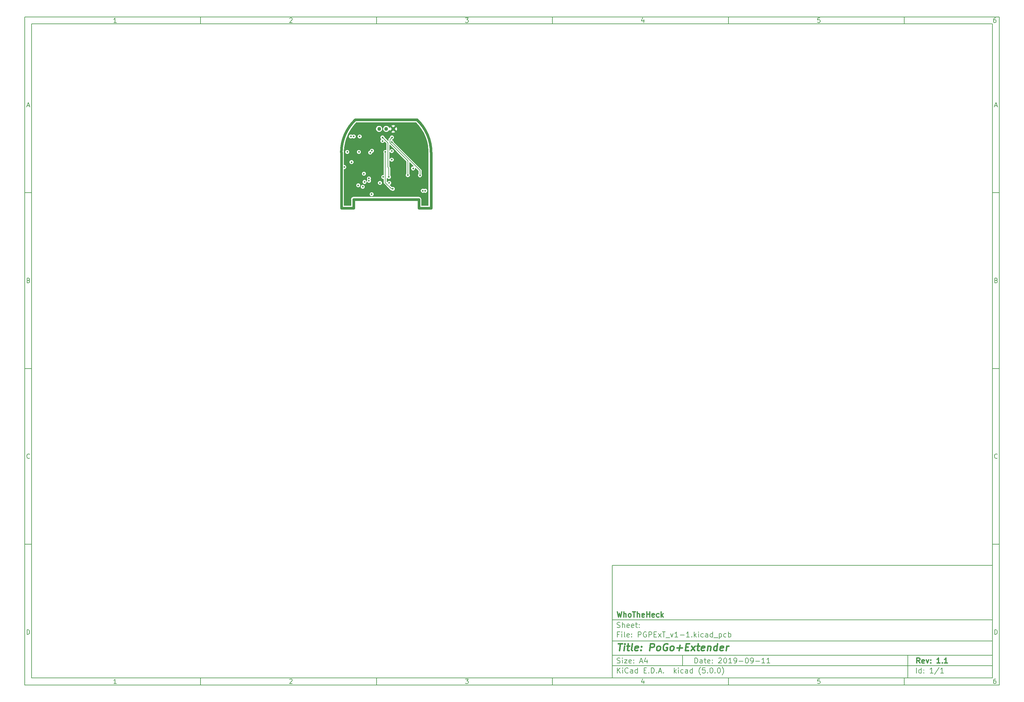
<source format=gbr>
G04 #@! TF.GenerationSoftware,KiCad,Pcbnew,(5.0.0)*
G04 #@! TF.CreationDate,2020-05-01T19:32:20+02:00*
G04 #@! TF.ProjectId,PGPExT_v1-1,5047504578545F76312D312E6B696361,1.1*
G04 #@! TF.SameCoordinates,Original*
G04 #@! TF.FileFunction,Copper,L3,Inr,Plane*
G04 #@! TF.FilePolarity,Positive*
%FSLAX46Y46*%
G04 Gerber Fmt 4.6, Leading zero omitted, Abs format (unit mm)*
G04 Created by KiCad (PCBNEW (5.0.0)) date 05/01/20 19:32:20*
%MOMM*%
%LPD*%
G01*
G04 APERTURE LIST*
%ADD10C,0.100000*%
%ADD11C,0.150000*%
%ADD12C,0.300000*%
%ADD13C,0.400000*%
G04 #@! TA.AperFunction,NonConductor*
%ADD14C,0.800000*%
G04 #@! TD*
G04 #@! TA.AperFunction,ViaPad*
%ADD15C,1.100000*%
G04 #@! TD*
G04 #@! TA.AperFunction,ViaPad*
%ADD16C,0.500000*%
G04 #@! TD*
G04 #@! TA.AperFunction,Conductor*
%ADD17C,0.200000*%
G04 #@! TD*
G04 APERTURE END LIST*
D10*
D11*
X177002200Y-166007200D02*
X177002200Y-198007200D01*
X285002200Y-198007200D01*
X285002200Y-166007200D01*
X177002200Y-166007200D01*
D10*
D11*
X10000000Y-10000000D02*
X10000000Y-200007200D01*
X287002200Y-200007200D01*
X287002200Y-10000000D01*
X10000000Y-10000000D01*
D10*
D11*
X12000000Y-12000000D02*
X12000000Y-198007200D01*
X285002200Y-198007200D01*
X285002200Y-12000000D01*
X12000000Y-12000000D01*
D10*
D11*
X60000000Y-12000000D02*
X60000000Y-10000000D01*
D10*
D11*
X110000000Y-12000000D02*
X110000000Y-10000000D01*
D10*
D11*
X160000000Y-12000000D02*
X160000000Y-10000000D01*
D10*
D11*
X210000000Y-12000000D02*
X210000000Y-10000000D01*
D10*
D11*
X260000000Y-12000000D02*
X260000000Y-10000000D01*
D10*
D11*
X36065476Y-11588095D02*
X35322619Y-11588095D01*
X35694047Y-11588095D02*
X35694047Y-10288095D01*
X35570238Y-10473809D01*
X35446428Y-10597619D01*
X35322619Y-10659523D01*
D10*
D11*
X85322619Y-10411904D02*
X85384523Y-10350000D01*
X85508333Y-10288095D01*
X85817857Y-10288095D01*
X85941666Y-10350000D01*
X86003571Y-10411904D01*
X86065476Y-10535714D01*
X86065476Y-10659523D01*
X86003571Y-10845238D01*
X85260714Y-11588095D01*
X86065476Y-11588095D01*
D10*
D11*
X135260714Y-10288095D02*
X136065476Y-10288095D01*
X135632142Y-10783333D01*
X135817857Y-10783333D01*
X135941666Y-10845238D01*
X136003571Y-10907142D01*
X136065476Y-11030952D01*
X136065476Y-11340476D01*
X136003571Y-11464285D01*
X135941666Y-11526190D01*
X135817857Y-11588095D01*
X135446428Y-11588095D01*
X135322619Y-11526190D01*
X135260714Y-11464285D01*
D10*
D11*
X185941666Y-10721428D02*
X185941666Y-11588095D01*
X185632142Y-10226190D02*
X185322619Y-11154761D01*
X186127380Y-11154761D01*
D10*
D11*
X236003571Y-10288095D02*
X235384523Y-10288095D01*
X235322619Y-10907142D01*
X235384523Y-10845238D01*
X235508333Y-10783333D01*
X235817857Y-10783333D01*
X235941666Y-10845238D01*
X236003571Y-10907142D01*
X236065476Y-11030952D01*
X236065476Y-11340476D01*
X236003571Y-11464285D01*
X235941666Y-11526190D01*
X235817857Y-11588095D01*
X235508333Y-11588095D01*
X235384523Y-11526190D01*
X235322619Y-11464285D01*
D10*
D11*
X285941666Y-10288095D02*
X285694047Y-10288095D01*
X285570238Y-10350000D01*
X285508333Y-10411904D01*
X285384523Y-10597619D01*
X285322619Y-10845238D01*
X285322619Y-11340476D01*
X285384523Y-11464285D01*
X285446428Y-11526190D01*
X285570238Y-11588095D01*
X285817857Y-11588095D01*
X285941666Y-11526190D01*
X286003571Y-11464285D01*
X286065476Y-11340476D01*
X286065476Y-11030952D01*
X286003571Y-10907142D01*
X285941666Y-10845238D01*
X285817857Y-10783333D01*
X285570238Y-10783333D01*
X285446428Y-10845238D01*
X285384523Y-10907142D01*
X285322619Y-11030952D01*
D10*
D11*
X60000000Y-198007200D02*
X60000000Y-200007200D01*
D10*
D11*
X110000000Y-198007200D02*
X110000000Y-200007200D01*
D10*
D11*
X160000000Y-198007200D02*
X160000000Y-200007200D01*
D10*
D11*
X210000000Y-198007200D02*
X210000000Y-200007200D01*
D10*
D11*
X260000000Y-198007200D02*
X260000000Y-200007200D01*
D10*
D11*
X36065476Y-199595295D02*
X35322619Y-199595295D01*
X35694047Y-199595295D02*
X35694047Y-198295295D01*
X35570238Y-198481009D01*
X35446428Y-198604819D01*
X35322619Y-198666723D01*
D10*
D11*
X85322619Y-198419104D02*
X85384523Y-198357200D01*
X85508333Y-198295295D01*
X85817857Y-198295295D01*
X85941666Y-198357200D01*
X86003571Y-198419104D01*
X86065476Y-198542914D01*
X86065476Y-198666723D01*
X86003571Y-198852438D01*
X85260714Y-199595295D01*
X86065476Y-199595295D01*
D10*
D11*
X135260714Y-198295295D02*
X136065476Y-198295295D01*
X135632142Y-198790533D01*
X135817857Y-198790533D01*
X135941666Y-198852438D01*
X136003571Y-198914342D01*
X136065476Y-199038152D01*
X136065476Y-199347676D01*
X136003571Y-199471485D01*
X135941666Y-199533390D01*
X135817857Y-199595295D01*
X135446428Y-199595295D01*
X135322619Y-199533390D01*
X135260714Y-199471485D01*
D10*
D11*
X185941666Y-198728628D02*
X185941666Y-199595295D01*
X185632142Y-198233390D02*
X185322619Y-199161961D01*
X186127380Y-199161961D01*
D10*
D11*
X236003571Y-198295295D02*
X235384523Y-198295295D01*
X235322619Y-198914342D01*
X235384523Y-198852438D01*
X235508333Y-198790533D01*
X235817857Y-198790533D01*
X235941666Y-198852438D01*
X236003571Y-198914342D01*
X236065476Y-199038152D01*
X236065476Y-199347676D01*
X236003571Y-199471485D01*
X235941666Y-199533390D01*
X235817857Y-199595295D01*
X235508333Y-199595295D01*
X235384523Y-199533390D01*
X235322619Y-199471485D01*
D10*
D11*
X285941666Y-198295295D02*
X285694047Y-198295295D01*
X285570238Y-198357200D01*
X285508333Y-198419104D01*
X285384523Y-198604819D01*
X285322619Y-198852438D01*
X285322619Y-199347676D01*
X285384523Y-199471485D01*
X285446428Y-199533390D01*
X285570238Y-199595295D01*
X285817857Y-199595295D01*
X285941666Y-199533390D01*
X286003571Y-199471485D01*
X286065476Y-199347676D01*
X286065476Y-199038152D01*
X286003571Y-198914342D01*
X285941666Y-198852438D01*
X285817857Y-198790533D01*
X285570238Y-198790533D01*
X285446428Y-198852438D01*
X285384523Y-198914342D01*
X285322619Y-199038152D01*
D10*
D11*
X10000000Y-60000000D02*
X12000000Y-60000000D01*
D10*
D11*
X10000000Y-110000000D02*
X12000000Y-110000000D01*
D10*
D11*
X10000000Y-160000000D02*
X12000000Y-160000000D01*
D10*
D11*
X10690476Y-35216666D02*
X11309523Y-35216666D01*
X10566666Y-35588095D02*
X11000000Y-34288095D01*
X11433333Y-35588095D01*
D10*
D11*
X11092857Y-84907142D02*
X11278571Y-84969047D01*
X11340476Y-85030952D01*
X11402380Y-85154761D01*
X11402380Y-85340476D01*
X11340476Y-85464285D01*
X11278571Y-85526190D01*
X11154761Y-85588095D01*
X10659523Y-85588095D01*
X10659523Y-84288095D01*
X11092857Y-84288095D01*
X11216666Y-84350000D01*
X11278571Y-84411904D01*
X11340476Y-84535714D01*
X11340476Y-84659523D01*
X11278571Y-84783333D01*
X11216666Y-84845238D01*
X11092857Y-84907142D01*
X10659523Y-84907142D01*
D10*
D11*
X11402380Y-135464285D02*
X11340476Y-135526190D01*
X11154761Y-135588095D01*
X11030952Y-135588095D01*
X10845238Y-135526190D01*
X10721428Y-135402380D01*
X10659523Y-135278571D01*
X10597619Y-135030952D01*
X10597619Y-134845238D01*
X10659523Y-134597619D01*
X10721428Y-134473809D01*
X10845238Y-134350000D01*
X11030952Y-134288095D01*
X11154761Y-134288095D01*
X11340476Y-134350000D01*
X11402380Y-134411904D01*
D10*
D11*
X10659523Y-185588095D02*
X10659523Y-184288095D01*
X10969047Y-184288095D01*
X11154761Y-184350000D01*
X11278571Y-184473809D01*
X11340476Y-184597619D01*
X11402380Y-184845238D01*
X11402380Y-185030952D01*
X11340476Y-185278571D01*
X11278571Y-185402380D01*
X11154761Y-185526190D01*
X10969047Y-185588095D01*
X10659523Y-185588095D01*
D10*
D11*
X287002200Y-60000000D02*
X285002200Y-60000000D01*
D10*
D11*
X287002200Y-110000000D02*
X285002200Y-110000000D01*
D10*
D11*
X287002200Y-160000000D02*
X285002200Y-160000000D01*
D10*
D11*
X285692676Y-35216666D02*
X286311723Y-35216666D01*
X285568866Y-35588095D02*
X286002200Y-34288095D01*
X286435533Y-35588095D01*
D10*
D11*
X286095057Y-84907142D02*
X286280771Y-84969047D01*
X286342676Y-85030952D01*
X286404580Y-85154761D01*
X286404580Y-85340476D01*
X286342676Y-85464285D01*
X286280771Y-85526190D01*
X286156961Y-85588095D01*
X285661723Y-85588095D01*
X285661723Y-84288095D01*
X286095057Y-84288095D01*
X286218866Y-84350000D01*
X286280771Y-84411904D01*
X286342676Y-84535714D01*
X286342676Y-84659523D01*
X286280771Y-84783333D01*
X286218866Y-84845238D01*
X286095057Y-84907142D01*
X285661723Y-84907142D01*
D10*
D11*
X286404580Y-135464285D02*
X286342676Y-135526190D01*
X286156961Y-135588095D01*
X286033152Y-135588095D01*
X285847438Y-135526190D01*
X285723628Y-135402380D01*
X285661723Y-135278571D01*
X285599819Y-135030952D01*
X285599819Y-134845238D01*
X285661723Y-134597619D01*
X285723628Y-134473809D01*
X285847438Y-134350000D01*
X286033152Y-134288095D01*
X286156961Y-134288095D01*
X286342676Y-134350000D01*
X286404580Y-134411904D01*
D10*
D11*
X285661723Y-185588095D02*
X285661723Y-184288095D01*
X285971247Y-184288095D01*
X286156961Y-184350000D01*
X286280771Y-184473809D01*
X286342676Y-184597619D01*
X286404580Y-184845238D01*
X286404580Y-185030952D01*
X286342676Y-185278571D01*
X286280771Y-185402380D01*
X286156961Y-185526190D01*
X285971247Y-185588095D01*
X285661723Y-185588095D01*
D10*
D11*
X200434342Y-193785771D02*
X200434342Y-192285771D01*
X200791485Y-192285771D01*
X201005771Y-192357200D01*
X201148628Y-192500057D01*
X201220057Y-192642914D01*
X201291485Y-192928628D01*
X201291485Y-193142914D01*
X201220057Y-193428628D01*
X201148628Y-193571485D01*
X201005771Y-193714342D01*
X200791485Y-193785771D01*
X200434342Y-193785771D01*
X202577200Y-193785771D02*
X202577200Y-193000057D01*
X202505771Y-192857200D01*
X202362914Y-192785771D01*
X202077200Y-192785771D01*
X201934342Y-192857200D01*
X202577200Y-193714342D02*
X202434342Y-193785771D01*
X202077200Y-193785771D01*
X201934342Y-193714342D01*
X201862914Y-193571485D01*
X201862914Y-193428628D01*
X201934342Y-193285771D01*
X202077200Y-193214342D01*
X202434342Y-193214342D01*
X202577200Y-193142914D01*
X203077200Y-192785771D02*
X203648628Y-192785771D01*
X203291485Y-192285771D02*
X203291485Y-193571485D01*
X203362914Y-193714342D01*
X203505771Y-193785771D01*
X203648628Y-193785771D01*
X204720057Y-193714342D02*
X204577200Y-193785771D01*
X204291485Y-193785771D01*
X204148628Y-193714342D01*
X204077200Y-193571485D01*
X204077200Y-193000057D01*
X204148628Y-192857200D01*
X204291485Y-192785771D01*
X204577200Y-192785771D01*
X204720057Y-192857200D01*
X204791485Y-193000057D01*
X204791485Y-193142914D01*
X204077200Y-193285771D01*
X205434342Y-193642914D02*
X205505771Y-193714342D01*
X205434342Y-193785771D01*
X205362914Y-193714342D01*
X205434342Y-193642914D01*
X205434342Y-193785771D01*
X205434342Y-192857200D02*
X205505771Y-192928628D01*
X205434342Y-193000057D01*
X205362914Y-192928628D01*
X205434342Y-192857200D01*
X205434342Y-193000057D01*
X207220057Y-192428628D02*
X207291485Y-192357200D01*
X207434342Y-192285771D01*
X207791485Y-192285771D01*
X207934342Y-192357200D01*
X208005771Y-192428628D01*
X208077200Y-192571485D01*
X208077200Y-192714342D01*
X208005771Y-192928628D01*
X207148628Y-193785771D01*
X208077200Y-193785771D01*
X209005771Y-192285771D02*
X209148628Y-192285771D01*
X209291485Y-192357200D01*
X209362914Y-192428628D01*
X209434342Y-192571485D01*
X209505771Y-192857200D01*
X209505771Y-193214342D01*
X209434342Y-193500057D01*
X209362914Y-193642914D01*
X209291485Y-193714342D01*
X209148628Y-193785771D01*
X209005771Y-193785771D01*
X208862914Y-193714342D01*
X208791485Y-193642914D01*
X208720057Y-193500057D01*
X208648628Y-193214342D01*
X208648628Y-192857200D01*
X208720057Y-192571485D01*
X208791485Y-192428628D01*
X208862914Y-192357200D01*
X209005771Y-192285771D01*
X210934342Y-193785771D02*
X210077200Y-193785771D01*
X210505771Y-193785771D02*
X210505771Y-192285771D01*
X210362914Y-192500057D01*
X210220057Y-192642914D01*
X210077200Y-192714342D01*
X211648628Y-193785771D02*
X211934342Y-193785771D01*
X212077200Y-193714342D01*
X212148628Y-193642914D01*
X212291485Y-193428628D01*
X212362914Y-193142914D01*
X212362914Y-192571485D01*
X212291485Y-192428628D01*
X212220057Y-192357200D01*
X212077200Y-192285771D01*
X211791485Y-192285771D01*
X211648628Y-192357200D01*
X211577200Y-192428628D01*
X211505771Y-192571485D01*
X211505771Y-192928628D01*
X211577200Y-193071485D01*
X211648628Y-193142914D01*
X211791485Y-193214342D01*
X212077200Y-193214342D01*
X212220057Y-193142914D01*
X212291485Y-193071485D01*
X212362914Y-192928628D01*
X213005771Y-193214342D02*
X214148628Y-193214342D01*
X215148628Y-192285771D02*
X215291485Y-192285771D01*
X215434342Y-192357200D01*
X215505771Y-192428628D01*
X215577200Y-192571485D01*
X215648628Y-192857200D01*
X215648628Y-193214342D01*
X215577200Y-193500057D01*
X215505771Y-193642914D01*
X215434342Y-193714342D01*
X215291485Y-193785771D01*
X215148628Y-193785771D01*
X215005771Y-193714342D01*
X214934342Y-193642914D01*
X214862914Y-193500057D01*
X214791485Y-193214342D01*
X214791485Y-192857200D01*
X214862914Y-192571485D01*
X214934342Y-192428628D01*
X215005771Y-192357200D01*
X215148628Y-192285771D01*
X216362914Y-193785771D02*
X216648628Y-193785771D01*
X216791485Y-193714342D01*
X216862914Y-193642914D01*
X217005771Y-193428628D01*
X217077200Y-193142914D01*
X217077200Y-192571485D01*
X217005771Y-192428628D01*
X216934342Y-192357200D01*
X216791485Y-192285771D01*
X216505771Y-192285771D01*
X216362914Y-192357200D01*
X216291485Y-192428628D01*
X216220057Y-192571485D01*
X216220057Y-192928628D01*
X216291485Y-193071485D01*
X216362914Y-193142914D01*
X216505771Y-193214342D01*
X216791485Y-193214342D01*
X216934342Y-193142914D01*
X217005771Y-193071485D01*
X217077200Y-192928628D01*
X217720057Y-193214342D02*
X218862914Y-193214342D01*
X220362914Y-193785771D02*
X219505771Y-193785771D01*
X219934342Y-193785771D02*
X219934342Y-192285771D01*
X219791485Y-192500057D01*
X219648628Y-192642914D01*
X219505771Y-192714342D01*
X221791485Y-193785771D02*
X220934342Y-193785771D01*
X221362914Y-193785771D02*
X221362914Y-192285771D01*
X221220057Y-192500057D01*
X221077200Y-192642914D01*
X220934342Y-192714342D01*
D10*
D11*
X177002200Y-194507200D02*
X285002200Y-194507200D01*
D10*
D11*
X178434342Y-196585771D02*
X178434342Y-195085771D01*
X179291485Y-196585771D02*
X178648628Y-195728628D01*
X179291485Y-195085771D02*
X178434342Y-195942914D01*
X179934342Y-196585771D02*
X179934342Y-195585771D01*
X179934342Y-195085771D02*
X179862914Y-195157200D01*
X179934342Y-195228628D01*
X180005771Y-195157200D01*
X179934342Y-195085771D01*
X179934342Y-195228628D01*
X181505771Y-196442914D02*
X181434342Y-196514342D01*
X181220057Y-196585771D01*
X181077200Y-196585771D01*
X180862914Y-196514342D01*
X180720057Y-196371485D01*
X180648628Y-196228628D01*
X180577200Y-195942914D01*
X180577200Y-195728628D01*
X180648628Y-195442914D01*
X180720057Y-195300057D01*
X180862914Y-195157200D01*
X181077200Y-195085771D01*
X181220057Y-195085771D01*
X181434342Y-195157200D01*
X181505771Y-195228628D01*
X182791485Y-196585771D02*
X182791485Y-195800057D01*
X182720057Y-195657200D01*
X182577200Y-195585771D01*
X182291485Y-195585771D01*
X182148628Y-195657200D01*
X182791485Y-196514342D02*
X182648628Y-196585771D01*
X182291485Y-196585771D01*
X182148628Y-196514342D01*
X182077200Y-196371485D01*
X182077200Y-196228628D01*
X182148628Y-196085771D01*
X182291485Y-196014342D01*
X182648628Y-196014342D01*
X182791485Y-195942914D01*
X184148628Y-196585771D02*
X184148628Y-195085771D01*
X184148628Y-196514342D02*
X184005771Y-196585771D01*
X183720057Y-196585771D01*
X183577200Y-196514342D01*
X183505771Y-196442914D01*
X183434342Y-196300057D01*
X183434342Y-195871485D01*
X183505771Y-195728628D01*
X183577200Y-195657200D01*
X183720057Y-195585771D01*
X184005771Y-195585771D01*
X184148628Y-195657200D01*
X186005771Y-195800057D02*
X186505771Y-195800057D01*
X186720057Y-196585771D02*
X186005771Y-196585771D01*
X186005771Y-195085771D01*
X186720057Y-195085771D01*
X187362914Y-196442914D02*
X187434342Y-196514342D01*
X187362914Y-196585771D01*
X187291485Y-196514342D01*
X187362914Y-196442914D01*
X187362914Y-196585771D01*
X188077200Y-196585771D02*
X188077200Y-195085771D01*
X188434342Y-195085771D01*
X188648628Y-195157200D01*
X188791485Y-195300057D01*
X188862914Y-195442914D01*
X188934342Y-195728628D01*
X188934342Y-195942914D01*
X188862914Y-196228628D01*
X188791485Y-196371485D01*
X188648628Y-196514342D01*
X188434342Y-196585771D01*
X188077200Y-196585771D01*
X189577200Y-196442914D02*
X189648628Y-196514342D01*
X189577200Y-196585771D01*
X189505771Y-196514342D01*
X189577200Y-196442914D01*
X189577200Y-196585771D01*
X190220057Y-196157200D02*
X190934342Y-196157200D01*
X190077200Y-196585771D02*
X190577200Y-195085771D01*
X191077200Y-196585771D01*
X191577200Y-196442914D02*
X191648628Y-196514342D01*
X191577200Y-196585771D01*
X191505771Y-196514342D01*
X191577200Y-196442914D01*
X191577200Y-196585771D01*
X194577200Y-196585771D02*
X194577200Y-195085771D01*
X194720057Y-196014342D02*
X195148628Y-196585771D01*
X195148628Y-195585771D02*
X194577200Y-196157200D01*
X195791485Y-196585771D02*
X195791485Y-195585771D01*
X195791485Y-195085771D02*
X195720057Y-195157200D01*
X195791485Y-195228628D01*
X195862914Y-195157200D01*
X195791485Y-195085771D01*
X195791485Y-195228628D01*
X197148628Y-196514342D02*
X197005771Y-196585771D01*
X196720057Y-196585771D01*
X196577200Y-196514342D01*
X196505771Y-196442914D01*
X196434342Y-196300057D01*
X196434342Y-195871485D01*
X196505771Y-195728628D01*
X196577200Y-195657200D01*
X196720057Y-195585771D01*
X197005771Y-195585771D01*
X197148628Y-195657200D01*
X198434342Y-196585771D02*
X198434342Y-195800057D01*
X198362914Y-195657200D01*
X198220057Y-195585771D01*
X197934342Y-195585771D01*
X197791485Y-195657200D01*
X198434342Y-196514342D02*
X198291485Y-196585771D01*
X197934342Y-196585771D01*
X197791485Y-196514342D01*
X197720057Y-196371485D01*
X197720057Y-196228628D01*
X197791485Y-196085771D01*
X197934342Y-196014342D01*
X198291485Y-196014342D01*
X198434342Y-195942914D01*
X199791485Y-196585771D02*
X199791485Y-195085771D01*
X199791485Y-196514342D02*
X199648628Y-196585771D01*
X199362914Y-196585771D01*
X199220057Y-196514342D01*
X199148628Y-196442914D01*
X199077200Y-196300057D01*
X199077200Y-195871485D01*
X199148628Y-195728628D01*
X199220057Y-195657200D01*
X199362914Y-195585771D01*
X199648628Y-195585771D01*
X199791485Y-195657200D01*
X202077200Y-197157200D02*
X202005771Y-197085771D01*
X201862914Y-196871485D01*
X201791485Y-196728628D01*
X201720057Y-196514342D01*
X201648628Y-196157200D01*
X201648628Y-195871485D01*
X201720057Y-195514342D01*
X201791485Y-195300057D01*
X201862914Y-195157200D01*
X202005771Y-194942914D01*
X202077200Y-194871485D01*
X203362914Y-195085771D02*
X202648628Y-195085771D01*
X202577200Y-195800057D01*
X202648628Y-195728628D01*
X202791485Y-195657200D01*
X203148628Y-195657200D01*
X203291485Y-195728628D01*
X203362914Y-195800057D01*
X203434342Y-195942914D01*
X203434342Y-196300057D01*
X203362914Y-196442914D01*
X203291485Y-196514342D01*
X203148628Y-196585771D01*
X202791485Y-196585771D01*
X202648628Y-196514342D01*
X202577200Y-196442914D01*
X204077200Y-196442914D02*
X204148628Y-196514342D01*
X204077200Y-196585771D01*
X204005771Y-196514342D01*
X204077200Y-196442914D01*
X204077200Y-196585771D01*
X205077200Y-195085771D02*
X205220057Y-195085771D01*
X205362914Y-195157200D01*
X205434342Y-195228628D01*
X205505771Y-195371485D01*
X205577200Y-195657200D01*
X205577200Y-196014342D01*
X205505771Y-196300057D01*
X205434342Y-196442914D01*
X205362914Y-196514342D01*
X205220057Y-196585771D01*
X205077200Y-196585771D01*
X204934342Y-196514342D01*
X204862914Y-196442914D01*
X204791485Y-196300057D01*
X204720057Y-196014342D01*
X204720057Y-195657200D01*
X204791485Y-195371485D01*
X204862914Y-195228628D01*
X204934342Y-195157200D01*
X205077200Y-195085771D01*
X206220057Y-196442914D02*
X206291485Y-196514342D01*
X206220057Y-196585771D01*
X206148628Y-196514342D01*
X206220057Y-196442914D01*
X206220057Y-196585771D01*
X207220057Y-195085771D02*
X207362914Y-195085771D01*
X207505771Y-195157200D01*
X207577200Y-195228628D01*
X207648628Y-195371485D01*
X207720057Y-195657200D01*
X207720057Y-196014342D01*
X207648628Y-196300057D01*
X207577200Y-196442914D01*
X207505771Y-196514342D01*
X207362914Y-196585771D01*
X207220057Y-196585771D01*
X207077200Y-196514342D01*
X207005771Y-196442914D01*
X206934342Y-196300057D01*
X206862914Y-196014342D01*
X206862914Y-195657200D01*
X206934342Y-195371485D01*
X207005771Y-195228628D01*
X207077200Y-195157200D01*
X207220057Y-195085771D01*
X208220057Y-197157200D02*
X208291485Y-197085771D01*
X208434342Y-196871485D01*
X208505771Y-196728628D01*
X208577200Y-196514342D01*
X208648628Y-196157200D01*
X208648628Y-195871485D01*
X208577200Y-195514342D01*
X208505771Y-195300057D01*
X208434342Y-195157200D01*
X208291485Y-194942914D01*
X208220057Y-194871485D01*
D10*
D11*
X177002200Y-191507200D02*
X285002200Y-191507200D01*
D10*
D12*
X264411485Y-193785771D02*
X263911485Y-193071485D01*
X263554342Y-193785771D02*
X263554342Y-192285771D01*
X264125771Y-192285771D01*
X264268628Y-192357200D01*
X264340057Y-192428628D01*
X264411485Y-192571485D01*
X264411485Y-192785771D01*
X264340057Y-192928628D01*
X264268628Y-193000057D01*
X264125771Y-193071485D01*
X263554342Y-193071485D01*
X265625771Y-193714342D02*
X265482914Y-193785771D01*
X265197200Y-193785771D01*
X265054342Y-193714342D01*
X264982914Y-193571485D01*
X264982914Y-193000057D01*
X265054342Y-192857200D01*
X265197200Y-192785771D01*
X265482914Y-192785771D01*
X265625771Y-192857200D01*
X265697200Y-193000057D01*
X265697200Y-193142914D01*
X264982914Y-193285771D01*
X266197200Y-192785771D02*
X266554342Y-193785771D01*
X266911485Y-192785771D01*
X267482914Y-193642914D02*
X267554342Y-193714342D01*
X267482914Y-193785771D01*
X267411485Y-193714342D01*
X267482914Y-193642914D01*
X267482914Y-193785771D01*
X267482914Y-192857200D02*
X267554342Y-192928628D01*
X267482914Y-193000057D01*
X267411485Y-192928628D01*
X267482914Y-192857200D01*
X267482914Y-193000057D01*
X270125771Y-193785771D02*
X269268628Y-193785771D01*
X269697200Y-193785771D02*
X269697200Y-192285771D01*
X269554342Y-192500057D01*
X269411485Y-192642914D01*
X269268628Y-192714342D01*
X270768628Y-193642914D02*
X270840057Y-193714342D01*
X270768628Y-193785771D01*
X270697200Y-193714342D01*
X270768628Y-193642914D01*
X270768628Y-193785771D01*
X272268628Y-193785771D02*
X271411485Y-193785771D01*
X271840057Y-193785771D02*
X271840057Y-192285771D01*
X271697200Y-192500057D01*
X271554342Y-192642914D01*
X271411485Y-192714342D01*
D10*
D11*
X178362914Y-193714342D02*
X178577200Y-193785771D01*
X178934342Y-193785771D01*
X179077200Y-193714342D01*
X179148628Y-193642914D01*
X179220057Y-193500057D01*
X179220057Y-193357200D01*
X179148628Y-193214342D01*
X179077200Y-193142914D01*
X178934342Y-193071485D01*
X178648628Y-193000057D01*
X178505771Y-192928628D01*
X178434342Y-192857200D01*
X178362914Y-192714342D01*
X178362914Y-192571485D01*
X178434342Y-192428628D01*
X178505771Y-192357200D01*
X178648628Y-192285771D01*
X179005771Y-192285771D01*
X179220057Y-192357200D01*
X179862914Y-193785771D02*
X179862914Y-192785771D01*
X179862914Y-192285771D02*
X179791485Y-192357200D01*
X179862914Y-192428628D01*
X179934342Y-192357200D01*
X179862914Y-192285771D01*
X179862914Y-192428628D01*
X180434342Y-192785771D02*
X181220057Y-192785771D01*
X180434342Y-193785771D01*
X181220057Y-193785771D01*
X182362914Y-193714342D02*
X182220057Y-193785771D01*
X181934342Y-193785771D01*
X181791485Y-193714342D01*
X181720057Y-193571485D01*
X181720057Y-193000057D01*
X181791485Y-192857200D01*
X181934342Y-192785771D01*
X182220057Y-192785771D01*
X182362914Y-192857200D01*
X182434342Y-193000057D01*
X182434342Y-193142914D01*
X181720057Y-193285771D01*
X183077200Y-193642914D02*
X183148628Y-193714342D01*
X183077200Y-193785771D01*
X183005771Y-193714342D01*
X183077200Y-193642914D01*
X183077200Y-193785771D01*
X183077200Y-192857200D02*
X183148628Y-192928628D01*
X183077200Y-193000057D01*
X183005771Y-192928628D01*
X183077200Y-192857200D01*
X183077200Y-193000057D01*
X184862914Y-193357200D02*
X185577200Y-193357200D01*
X184720057Y-193785771D02*
X185220057Y-192285771D01*
X185720057Y-193785771D01*
X186862914Y-192785771D02*
X186862914Y-193785771D01*
X186505771Y-192214342D02*
X186148628Y-193285771D01*
X187077200Y-193285771D01*
D10*
D11*
X263434342Y-196585771D02*
X263434342Y-195085771D01*
X264791485Y-196585771D02*
X264791485Y-195085771D01*
X264791485Y-196514342D02*
X264648628Y-196585771D01*
X264362914Y-196585771D01*
X264220057Y-196514342D01*
X264148628Y-196442914D01*
X264077200Y-196300057D01*
X264077200Y-195871485D01*
X264148628Y-195728628D01*
X264220057Y-195657200D01*
X264362914Y-195585771D01*
X264648628Y-195585771D01*
X264791485Y-195657200D01*
X265505771Y-196442914D02*
X265577200Y-196514342D01*
X265505771Y-196585771D01*
X265434342Y-196514342D01*
X265505771Y-196442914D01*
X265505771Y-196585771D01*
X265505771Y-195657200D02*
X265577200Y-195728628D01*
X265505771Y-195800057D01*
X265434342Y-195728628D01*
X265505771Y-195657200D01*
X265505771Y-195800057D01*
X268148628Y-196585771D02*
X267291485Y-196585771D01*
X267720057Y-196585771D02*
X267720057Y-195085771D01*
X267577200Y-195300057D01*
X267434342Y-195442914D01*
X267291485Y-195514342D01*
X269862914Y-195014342D02*
X268577200Y-196942914D01*
X271148628Y-196585771D02*
X270291485Y-196585771D01*
X270720057Y-196585771D02*
X270720057Y-195085771D01*
X270577200Y-195300057D01*
X270434342Y-195442914D01*
X270291485Y-195514342D01*
D10*
D11*
X177002200Y-187507200D02*
X285002200Y-187507200D01*
D10*
D13*
X178714580Y-188211961D02*
X179857438Y-188211961D01*
X179036009Y-190211961D02*
X179286009Y-188211961D01*
X180274104Y-190211961D02*
X180440771Y-188878628D01*
X180524104Y-188211961D02*
X180416961Y-188307200D01*
X180500295Y-188402438D01*
X180607438Y-188307200D01*
X180524104Y-188211961D01*
X180500295Y-188402438D01*
X181107438Y-188878628D02*
X181869342Y-188878628D01*
X181476485Y-188211961D02*
X181262200Y-189926247D01*
X181333628Y-190116723D01*
X181512200Y-190211961D01*
X181702676Y-190211961D01*
X182655057Y-190211961D02*
X182476485Y-190116723D01*
X182405057Y-189926247D01*
X182619342Y-188211961D01*
X184190771Y-190116723D02*
X183988390Y-190211961D01*
X183607438Y-190211961D01*
X183428866Y-190116723D01*
X183357438Y-189926247D01*
X183452676Y-189164342D01*
X183571723Y-188973866D01*
X183774104Y-188878628D01*
X184155057Y-188878628D01*
X184333628Y-188973866D01*
X184405057Y-189164342D01*
X184381247Y-189354819D01*
X183405057Y-189545295D01*
X185155057Y-190021485D02*
X185238390Y-190116723D01*
X185131247Y-190211961D01*
X185047914Y-190116723D01*
X185155057Y-190021485D01*
X185131247Y-190211961D01*
X185286009Y-188973866D02*
X185369342Y-189069104D01*
X185262200Y-189164342D01*
X185178866Y-189069104D01*
X185286009Y-188973866D01*
X185262200Y-189164342D01*
X187607438Y-190211961D02*
X187857438Y-188211961D01*
X188619342Y-188211961D01*
X188797914Y-188307200D01*
X188881247Y-188402438D01*
X188952676Y-188592914D01*
X188916961Y-188878628D01*
X188797914Y-189069104D01*
X188690771Y-189164342D01*
X188488390Y-189259580D01*
X187726485Y-189259580D01*
X189893152Y-190211961D02*
X189714580Y-190116723D01*
X189631247Y-190021485D01*
X189559819Y-189831009D01*
X189631247Y-189259580D01*
X189750295Y-189069104D01*
X189857438Y-188973866D01*
X190059819Y-188878628D01*
X190345533Y-188878628D01*
X190524104Y-188973866D01*
X190607438Y-189069104D01*
X190678866Y-189259580D01*
X190607438Y-189831009D01*
X190488390Y-190021485D01*
X190381247Y-190116723D01*
X190178866Y-190211961D01*
X189893152Y-190211961D01*
X192702676Y-188307200D02*
X192524104Y-188211961D01*
X192238390Y-188211961D01*
X191940771Y-188307200D01*
X191726485Y-188497676D01*
X191607438Y-188688152D01*
X191464580Y-189069104D01*
X191428866Y-189354819D01*
X191476485Y-189735771D01*
X191547914Y-189926247D01*
X191714580Y-190116723D01*
X191988390Y-190211961D01*
X192178866Y-190211961D01*
X192476485Y-190116723D01*
X192583628Y-190021485D01*
X192666961Y-189354819D01*
X192286009Y-189354819D01*
X193702676Y-190211961D02*
X193524104Y-190116723D01*
X193440771Y-190021485D01*
X193369342Y-189831009D01*
X193440771Y-189259580D01*
X193559819Y-189069104D01*
X193666961Y-188973866D01*
X193869342Y-188878628D01*
X194155057Y-188878628D01*
X194333628Y-188973866D01*
X194416961Y-189069104D01*
X194488390Y-189259580D01*
X194416961Y-189831009D01*
X194297914Y-190021485D01*
X194190771Y-190116723D01*
X193988390Y-190211961D01*
X193702676Y-190211961D01*
X195321723Y-189450057D02*
X196845533Y-189450057D01*
X195988390Y-190211961D02*
X196178866Y-188688152D01*
X197833628Y-189164342D02*
X198500295Y-189164342D01*
X198655057Y-190211961D02*
X197702676Y-190211961D01*
X197952676Y-188211961D01*
X198905057Y-188211961D01*
X199321723Y-190211961D02*
X200536009Y-188878628D01*
X199488390Y-188878628D02*
X200369342Y-190211961D01*
X201012200Y-188878628D02*
X201774104Y-188878628D01*
X201381247Y-188211961D02*
X201166961Y-189926247D01*
X201238390Y-190116723D01*
X201416961Y-190211961D01*
X201607438Y-190211961D01*
X203047914Y-190116723D02*
X202845533Y-190211961D01*
X202464580Y-190211961D01*
X202286009Y-190116723D01*
X202214580Y-189926247D01*
X202309819Y-189164342D01*
X202428866Y-188973866D01*
X202631247Y-188878628D01*
X203012200Y-188878628D01*
X203190771Y-188973866D01*
X203262200Y-189164342D01*
X203238390Y-189354819D01*
X202262200Y-189545295D01*
X204155057Y-188878628D02*
X203988390Y-190211961D01*
X204131247Y-189069104D02*
X204238390Y-188973866D01*
X204440771Y-188878628D01*
X204726485Y-188878628D01*
X204905057Y-188973866D01*
X204976485Y-189164342D01*
X204845533Y-190211961D01*
X206655057Y-190211961D02*
X206905057Y-188211961D01*
X206666961Y-190116723D02*
X206464580Y-190211961D01*
X206083628Y-190211961D01*
X205905057Y-190116723D01*
X205821723Y-190021485D01*
X205750295Y-189831009D01*
X205821723Y-189259580D01*
X205940771Y-189069104D01*
X206047914Y-188973866D01*
X206250295Y-188878628D01*
X206631247Y-188878628D01*
X206809819Y-188973866D01*
X208381247Y-190116723D02*
X208178866Y-190211961D01*
X207797914Y-190211961D01*
X207619342Y-190116723D01*
X207547914Y-189926247D01*
X207643152Y-189164342D01*
X207762200Y-188973866D01*
X207964580Y-188878628D01*
X208345533Y-188878628D01*
X208524104Y-188973866D01*
X208595533Y-189164342D01*
X208571723Y-189354819D01*
X207595533Y-189545295D01*
X209321723Y-190211961D02*
X209488390Y-188878628D01*
X209440771Y-189259580D02*
X209559819Y-189069104D01*
X209666961Y-188973866D01*
X209869342Y-188878628D01*
X210059819Y-188878628D01*
D10*
D11*
X178934342Y-185600057D02*
X178434342Y-185600057D01*
X178434342Y-186385771D02*
X178434342Y-184885771D01*
X179148628Y-184885771D01*
X179720057Y-186385771D02*
X179720057Y-185385771D01*
X179720057Y-184885771D02*
X179648628Y-184957200D01*
X179720057Y-185028628D01*
X179791485Y-184957200D01*
X179720057Y-184885771D01*
X179720057Y-185028628D01*
X180648628Y-186385771D02*
X180505771Y-186314342D01*
X180434342Y-186171485D01*
X180434342Y-184885771D01*
X181791485Y-186314342D02*
X181648628Y-186385771D01*
X181362914Y-186385771D01*
X181220057Y-186314342D01*
X181148628Y-186171485D01*
X181148628Y-185600057D01*
X181220057Y-185457200D01*
X181362914Y-185385771D01*
X181648628Y-185385771D01*
X181791485Y-185457200D01*
X181862914Y-185600057D01*
X181862914Y-185742914D01*
X181148628Y-185885771D01*
X182505771Y-186242914D02*
X182577200Y-186314342D01*
X182505771Y-186385771D01*
X182434342Y-186314342D01*
X182505771Y-186242914D01*
X182505771Y-186385771D01*
X182505771Y-185457200D02*
X182577200Y-185528628D01*
X182505771Y-185600057D01*
X182434342Y-185528628D01*
X182505771Y-185457200D01*
X182505771Y-185600057D01*
X184362914Y-186385771D02*
X184362914Y-184885771D01*
X184934342Y-184885771D01*
X185077200Y-184957200D01*
X185148628Y-185028628D01*
X185220057Y-185171485D01*
X185220057Y-185385771D01*
X185148628Y-185528628D01*
X185077200Y-185600057D01*
X184934342Y-185671485D01*
X184362914Y-185671485D01*
X186648628Y-184957200D02*
X186505771Y-184885771D01*
X186291485Y-184885771D01*
X186077200Y-184957200D01*
X185934342Y-185100057D01*
X185862914Y-185242914D01*
X185791485Y-185528628D01*
X185791485Y-185742914D01*
X185862914Y-186028628D01*
X185934342Y-186171485D01*
X186077200Y-186314342D01*
X186291485Y-186385771D01*
X186434342Y-186385771D01*
X186648628Y-186314342D01*
X186720057Y-186242914D01*
X186720057Y-185742914D01*
X186434342Y-185742914D01*
X187362914Y-186385771D02*
X187362914Y-184885771D01*
X187934342Y-184885771D01*
X188077200Y-184957200D01*
X188148628Y-185028628D01*
X188220057Y-185171485D01*
X188220057Y-185385771D01*
X188148628Y-185528628D01*
X188077200Y-185600057D01*
X187934342Y-185671485D01*
X187362914Y-185671485D01*
X188862914Y-185600057D02*
X189362914Y-185600057D01*
X189577200Y-186385771D02*
X188862914Y-186385771D01*
X188862914Y-184885771D01*
X189577200Y-184885771D01*
X190077200Y-186385771D02*
X190862914Y-185385771D01*
X190077200Y-185385771D02*
X190862914Y-186385771D01*
X191220057Y-184885771D02*
X192077200Y-184885771D01*
X191648628Y-186385771D02*
X191648628Y-184885771D01*
X192220057Y-186528628D02*
X193362914Y-186528628D01*
X193577200Y-185385771D02*
X193934342Y-186385771D01*
X194291485Y-185385771D01*
X195648628Y-186385771D02*
X194791485Y-186385771D01*
X195220057Y-186385771D02*
X195220057Y-184885771D01*
X195077200Y-185100057D01*
X194934342Y-185242914D01*
X194791485Y-185314342D01*
X196291485Y-185814342D02*
X197434342Y-185814342D01*
X198934342Y-186385771D02*
X198077200Y-186385771D01*
X198505771Y-186385771D02*
X198505771Y-184885771D01*
X198362914Y-185100057D01*
X198220057Y-185242914D01*
X198077200Y-185314342D01*
X199577200Y-186242914D02*
X199648628Y-186314342D01*
X199577200Y-186385771D01*
X199505771Y-186314342D01*
X199577200Y-186242914D01*
X199577200Y-186385771D01*
X200291485Y-186385771D02*
X200291485Y-184885771D01*
X200434342Y-185814342D02*
X200862914Y-186385771D01*
X200862914Y-185385771D02*
X200291485Y-185957200D01*
X201505771Y-186385771D02*
X201505771Y-185385771D01*
X201505771Y-184885771D02*
X201434342Y-184957200D01*
X201505771Y-185028628D01*
X201577200Y-184957200D01*
X201505771Y-184885771D01*
X201505771Y-185028628D01*
X202862914Y-186314342D02*
X202720057Y-186385771D01*
X202434342Y-186385771D01*
X202291485Y-186314342D01*
X202220057Y-186242914D01*
X202148628Y-186100057D01*
X202148628Y-185671485D01*
X202220057Y-185528628D01*
X202291485Y-185457200D01*
X202434342Y-185385771D01*
X202720057Y-185385771D01*
X202862914Y-185457200D01*
X204148628Y-186385771D02*
X204148628Y-185600057D01*
X204077200Y-185457200D01*
X203934342Y-185385771D01*
X203648628Y-185385771D01*
X203505771Y-185457200D01*
X204148628Y-186314342D02*
X204005771Y-186385771D01*
X203648628Y-186385771D01*
X203505771Y-186314342D01*
X203434342Y-186171485D01*
X203434342Y-186028628D01*
X203505771Y-185885771D01*
X203648628Y-185814342D01*
X204005771Y-185814342D01*
X204148628Y-185742914D01*
X205505771Y-186385771D02*
X205505771Y-184885771D01*
X205505771Y-186314342D02*
X205362914Y-186385771D01*
X205077200Y-186385771D01*
X204934342Y-186314342D01*
X204862914Y-186242914D01*
X204791485Y-186100057D01*
X204791485Y-185671485D01*
X204862914Y-185528628D01*
X204934342Y-185457200D01*
X205077200Y-185385771D01*
X205362914Y-185385771D01*
X205505771Y-185457200D01*
X205862914Y-186528628D02*
X207005771Y-186528628D01*
X207362914Y-185385771D02*
X207362914Y-186885771D01*
X207362914Y-185457200D02*
X207505771Y-185385771D01*
X207791485Y-185385771D01*
X207934342Y-185457200D01*
X208005771Y-185528628D01*
X208077200Y-185671485D01*
X208077200Y-186100057D01*
X208005771Y-186242914D01*
X207934342Y-186314342D01*
X207791485Y-186385771D01*
X207505771Y-186385771D01*
X207362914Y-186314342D01*
X209362914Y-186314342D02*
X209220057Y-186385771D01*
X208934342Y-186385771D01*
X208791485Y-186314342D01*
X208720057Y-186242914D01*
X208648628Y-186100057D01*
X208648628Y-185671485D01*
X208720057Y-185528628D01*
X208791485Y-185457200D01*
X208934342Y-185385771D01*
X209220057Y-185385771D01*
X209362914Y-185457200D01*
X210005771Y-186385771D02*
X210005771Y-184885771D01*
X210005771Y-185457200D02*
X210148628Y-185385771D01*
X210434342Y-185385771D01*
X210577200Y-185457200D01*
X210648628Y-185528628D01*
X210720057Y-185671485D01*
X210720057Y-186100057D01*
X210648628Y-186242914D01*
X210577200Y-186314342D01*
X210434342Y-186385771D01*
X210148628Y-186385771D01*
X210005771Y-186314342D01*
D10*
D11*
X177002200Y-181507200D02*
X285002200Y-181507200D01*
D10*
D11*
X178362914Y-183614342D02*
X178577200Y-183685771D01*
X178934342Y-183685771D01*
X179077200Y-183614342D01*
X179148628Y-183542914D01*
X179220057Y-183400057D01*
X179220057Y-183257200D01*
X179148628Y-183114342D01*
X179077200Y-183042914D01*
X178934342Y-182971485D01*
X178648628Y-182900057D01*
X178505771Y-182828628D01*
X178434342Y-182757200D01*
X178362914Y-182614342D01*
X178362914Y-182471485D01*
X178434342Y-182328628D01*
X178505771Y-182257200D01*
X178648628Y-182185771D01*
X179005771Y-182185771D01*
X179220057Y-182257200D01*
X179862914Y-183685771D02*
X179862914Y-182185771D01*
X180505771Y-183685771D02*
X180505771Y-182900057D01*
X180434342Y-182757200D01*
X180291485Y-182685771D01*
X180077200Y-182685771D01*
X179934342Y-182757200D01*
X179862914Y-182828628D01*
X181791485Y-183614342D02*
X181648628Y-183685771D01*
X181362914Y-183685771D01*
X181220057Y-183614342D01*
X181148628Y-183471485D01*
X181148628Y-182900057D01*
X181220057Y-182757200D01*
X181362914Y-182685771D01*
X181648628Y-182685771D01*
X181791485Y-182757200D01*
X181862914Y-182900057D01*
X181862914Y-183042914D01*
X181148628Y-183185771D01*
X183077200Y-183614342D02*
X182934342Y-183685771D01*
X182648628Y-183685771D01*
X182505771Y-183614342D01*
X182434342Y-183471485D01*
X182434342Y-182900057D01*
X182505771Y-182757200D01*
X182648628Y-182685771D01*
X182934342Y-182685771D01*
X183077200Y-182757200D01*
X183148628Y-182900057D01*
X183148628Y-183042914D01*
X182434342Y-183185771D01*
X183577200Y-182685771D02*
X184148628Y-182685771D01*
X183791485Y-182185771D02*
X183791485Y-183471485D01*
X183862914Y-183614342D01*
X184005771Y-183685771D01*
X184148628Y-183685771D01*
X184648628Y-183542914D02*
X184720057Y-183614342D01*
X184648628Y-183685771D01*
X184577200Y-183614342D01*
X184648628Y-183542914D01*
X184648628Y-183685771D01*
X184648628Y-182757200D02*
X184720057Y-182828628D01*
X184648628Y-182900057D01*
X184577200Y-182828628D01*
X184648628Y-182757200D01*
X184648628Y-182900057D01*
D10*
D12*
X178411485Y-179185771D02*
X178768628Y-180685771D01*
X179054342Y-179614342D01*
X179340057Y-180685771D01*
X179697200Y-179185771D01*
X180268628Y-180685771D02*
X180268628Y-179185771D01*
X180911485Y-180685771D02*
X180911485Y-179900057D01*
X180840057Y-179757200D01*
X180697200Y-179685771D01*
X180482914Y-179685771D01*
X180340057Y-179757200D01*
X180268628Y-179828628D01*
X181840057Y-180685771D02*
X181697200Y-180614342D01*
X181625771Y-180542914D01*
X181554342Y-180400057D01*
X181554342Y-179971485D01*
X181625771Y-179828628D01*
X181697200Y-179757200D01*
X181840057Y-179685771D01*
X182054342Y-179685771D01*
X182197200Y-179757200D01*
X182268628Y-179828628D01*
X182340057Y-179971485D01*
X182340057Y-180400057D01*
X182268628Y-180542914D01*
X182197200Y-180614342D01*
X182054342Y-180685771D01*
X181840057Y-180685771D01*
X182768628Y-179185771D02*
X183625771Y-179185771D01*
X183197200Y-180685771D02*
X183197200Y-179185771D01*
X184125771Y-180685771D02*
X184125771Y-179185771D01*
X184768628Y-180685771D02*
X184768628Y-179900057D01*
X184697200Y-179757200D01*
X184554342Y-179685771D01*
X184340057Y-179685771D01*
X184197200Y-179757200D01*
X184125771Y-179828628D01*
X186054342Y-180614342D02*
X185911485Y-180685771D01*
X185625771Y-180685771D01*
X185482914Y-180614342D01*
X185411485Y-180471485D01*
X185411485Y-179900057D01*
X185482914Y-179757200D01*
X185625771Y-179685771D01*
X185911485Y-179685771D01*
X186054342Y-179757200D01*
X186125771Y-179900057D01*
X186125771Y-180042914D01*
X185411485Y-180185771D01*
X186768628Y-180685771D02*
X186768628Y-179185771D01*
X186768628Y-179900057D02*
X187625771Y-179900057D01*
X187625771Y-180685771D02*
X187625771Y-179185771D01*
X188911485Y-180614342D02*
X188768628Y-180685771D01*
X188482914Y-180685771D01*
X188340057Y-180614342D01*
X188268628Y-180471485D01*
X188268628Y-179900057D01*
X188340057Y-179757200D01*
X188482914Y-179685771D01*
X188768628Y-179685771D01*
X188911485Y-179757200D01*
X188982914Y-179900057D01*
X188982914Y-180042914D01*
X188268628Y-180185771D01*
X190268628Y-180614342D02*
X190125771Y-180685771D01*
X189840057Y-180685771D01*
X189697200Y-180614342D01*
X189625771Y-180542914D01*
X189554342Y-180400057D01*
X189554342Y-179971485D01*
X189625771Y-179828628D01*
X189697200Y-179757200D01*
X189840057Y-179685771D01*
X190125771Y-179685771D01*
X190268628Y-179757200D01*
X190911485Y-180685771D02*
X190911485Y-179185771D01*
X191054342Y-180114342D02*
X191482914Y-180685771D01*
X191482914Y-179685771D02*
X190911485Y-180257200D01*
D10*
D11*
X197002200Y-191507200D02*
X197002200Y-194507200D01*
D10*
D11*
X261002200Y-191507200D02*
X261002200Y-198007200D01*
D14*
X122000000Y-64400000D02*
X122000000Y-61900000D01*
X103500000Y-64400000D02*
X103500000Y-61900000D01*
X122000000Y-64400000D02*
X125500000Y-64400000D01*
X103500000Y-61900000D02*
X122000000Y-61900000D01*
X103989634Y-39250000D02*
X121500000Y-39250000D01*
X125500269Y-48509479D02*
G75*
G03X121500000Y-39250000I-12750269J-14521D01*
G01*
X103989634Y-39250000D02*
G75*
G03X100000000Y-48513827I8760366J-9263827D01*
G01*
X125500000Y-64400000D02*
X125500000Y-48513827D01*
X100000000Y-64400000D02*
X100000000Y-48513827D01*
X100000000Y-64400000D02*
X103500000Y-64400000D01*
D15*
G04 #@! TO.N,GND*
G04 #@! TO.C,SW1*
X114750000Y-41850000D03*
G04 #@! TO.N,/mode_select*
X112750000Y-41850000D03*
G04 #@! TO.N,N/C*
X110750000Y-41850000D03*
G04 #@! TD*
D16*
G04 #@! TO.N,GND*
X114578978Y-57594664D03*
X104980002Y-51500000D03*
X100920758Y-55437606D03*
X117200000Y-51900000D03*
X119100000Y-43200000D03*
X123200000Y-43200000D03*
X118000000Y-54000000D03*
X116700000Y-60800000D03*
X108200000Y-44400000D03*
X107200000Y-41600000D03*
X110077203Y-60425010D03*
X104300000Y-44000000D03*
X104029321Y-48413035D03*
X117000000Y-47399996D03*
X124299972Y-51700000D03*
X105000000Y-49300000D03*
X102550000Y-62050000D03*
X122949984Y-62050000D03*
G04 #@! TO.N,Net-(D1-Pad1)*
X111900010Y-55500000D03*
X106099990Y-58300000D03*
X107850000Y-56600013D03*
G04 #@! TO.N,/switch*
X114325009Y-50600000D03*
G04 #@! TO.N,Net-(D1-Pad2)*
X110950000Y-57224964D03*
G04 #@! TO.N,/PGPExt_Signal_Processing/LEDb*
X120400000Y-53100000D03*
G04 #@! TO.N,/PGPExt_Signal_Processing/LEDg*
X114325009Y-48150002D03*
G04 #@! TO.N,VDD*
X113600000Y-57200000D03*
X104800000Y-57900000D03*
X106400000Y-54600000D03*
X111700000Y-45300000D03*
X108597037Y-60425010D03*
X108200000Y-48600000D03*
X123150000Y-59450000D03*
G04 #@! TO.N,VDDA*
X100850034Y-52700000D03*
X105000000Y-48400000D03*
G04 #@! TO.N,Net-(C1-Pad1)*
X103500000Y-44000000D03*
G04 #@! TO.N,/PGPExt_Signal_Processing/LEDr_i*
X123850000Y-59449998D03*
G04 #@! TO.N,+BATT*
X102900000Y-51300000D03*
X102700000Y-44000000D03*
X105200000Y-43999998D03*
X108692096Y-48075012D03*
G04 #@! TO.N,Net-(JP1-Pad1)*
X101700000Y-48400000D03*
G04 #@! TO.N,Net-(R10-Pad2)*
X114400000Y-44300000D03*
X118900000Y-55000000D03*
G04 #@! TO.N,Net-(U5-Pad3)*
X107850000Y-55950000D03*
G04 #@! TO.N,Net-(U5-Pad6)*
X106599321Y-56928913D03*
G04 #@! TO.N,Net-(U7-Pad4)*
X114600000Y-58900000D03*
X112500000Y-48400000D03*
G04 #@! TO.N,Net-(U7-Pad9)*
X122350000Y-55050000D03*
X114300006Y-45600000D03*
G04 #@! TO.N,Net-(R14-Pad2)*
X111700000Y-44300000D03*
X113500000Y-55500000D03*
G04 #@! TD*
D17*
G04 #@! TO.N,Net-(R10-Pad2)*
X118900000Y-50940006D02*
X118900000Y-54646447D01*
X114400000Y-44300000D02*
X113799993Y-44900007D01*
X113799993Y-44900007D02*
X113799993Y-45840001D01*
X113799993Y-45840001D02*
X118900000Y-50940006D01*
X118900000Y-54646447D02*
X118900000Y-55000000D01*
G04 #@! TO.N,Net-(U7-Pad4)*
X114600000Y-58900000D02*
X114246447Y-58900000D01*
X112500000Y-48753553D02*
X112500000Y-48400000D01*
X114246447Y-58900000D02*
X112500000Y-57153553D01*
X112500000Y-57153553D02*
X112500000Y-48753553D01*
G04 #@! TO.N,Net-(U7-Pad9)*
X122350000Y-53649994D02*
X114550005Y-45849999D01*
X122350000Y-55050000D02*
X122350000Y-53649994D01*
X114550005Y-45849999D02*
X114300006Y-45600000D01*
G04 #@! TO.N,Net-(R14-Pad2)*
X113500000Y-53022998D02*
X113500000Y-55500000D01*
X113200000Y-52722998D02*
X113500000Y-53022998D01*
X111700000Y-44300000D02*
X113200000Y-45800000D01*
X113200000Y-45800000D02*
X113200000Y-52722998D01*
G04 #@! TD*
G04 #@! TO.N,GND*
G36*
X121867830Y-40801018D02*
X122671882Y-41865505D01*
X123352261Y-43012980D01*
X123900494Y-44229148D01*
X124309748Y-45498855D01*
X124574914Y-46806250D01*
X124694119Y-48151108D01*
X124700001Y-48500280D01*
X124700000Y-63600000D01*
X122800000Y-63600000D01*
X122800000Y-61978789D01*
X122815672Y-61900000D01*
X122753583Y-61587856D01*
X122576767Y-61323233D01*
X122312144Y-61146417D01*
X122078789Y-61100000D01*
X122000000Y-61084328D01*
X121921211Y-61100000D01*
X103578789Y-61100000D01*
X103500000Y-61084328D01*
X103421211Y-61100000D01*
X103187856Y-61146417D01*
X102923233Y-61323233D01*
X102746417Y-61587856D01*
X102684328Y-61900000D01*
X102700001Y-61978794D01*
X102700000Y-63600000D01*
X100800000Y-63600000D01*
X100800000Y-60295717D01*
X107947037Y-60295717D01*
X107947037Y-60554303D01*
X108045994Y-60793205D01*
X108228842Y-60976053D01*
X108467744Y-61075010D01*
X108726330Y-61075010D01*
X108965232Y-60976053D01*
X109148080Y-60793205D01*
X109247037Y-60554303D01*
X109247037Y-60295717D01*
X109148080Y-60056815D01*
X108965232Y-59873967D01*
X108726330Y-59775010D01*
X108467744Y-59775010D01*
X108228842Y-59873967D01*
X108045994Y-60056815D01*
X107947037Y-60295717D01*
X100800000Y-60295717D01*
X100800000Y-57770707D01*
X104150000Y-57770707D01*
X104150000Y-58029293D01*
X104248957Y-58268195D01*
X104431805Y-58451043D01*
X104670707Y-58550000D01*
X104929293Y-58550000D01*
X105168195Y-58451043D01*
X105351043Y-58268195D01*
X105391424Y-58170707D01*
X105449990Y-58170707D01*
X105449990Y-58429293D01*
X105548947Y-58668195D01*
X105731795Y-58851043D01*
X105970697Y-58950000D01*
X106229283Y-58950000D01*
X106468185Y-58851043D01*
X106651033Y-58668195D01*
X106749990Y-58429293D01*
X106749990Y-58170707D01*
X106651033Y-57931805D01*
X106468185Y-57748957D01*
X106229283Y-57650000D01*
X105970697Y-57650000D01*
X105731795Y-57748957D01*
X105548947Y-57931805D01*
X105449990Y-58170707D01*
X105391424Y-58170707D01*
X105450000Y-58029293D01*
X105450000Y-57770707D01*
X105351043Y-57531805D01*
X105168195Y-57348957D01*
X104929293Y-57250000D01*
X104670707Y-57250000D01*
X104431805Y-57348957D01*
X104248957Y-57531805D01*
X104150000Y-57770707D01*
X100800000Y-57770707D01*
X100800000Y-56799620D01*
X105949321Y-56799620D01*
X105949321Y-57058206D01*
X106048278Y-57297108D01*
X106231126Y-57479956D01*
X106470028Y-57578913D01*
X106728614Y-57578913D01*
X106967516Y-57479956D01*
X107150364Y-57297108D01*
X107249321Y-57058206D01*
X107249321Y-56848377D01*
X107298957Y-56968208D01*
X107481805Y-57151056D01*
X107720707Y-57250013D01*
X107979293Y-57250013D01*
X108218195Y-57151056D01*
X108273580Y-57095671D01*
X110300000Y-57095671D01*
X110300000Y-57354257D01*
X110398957Y-57593159D01*
X110581805Y-57776007D01*
X110820707Y-57874964D01*
X111079293Y-57874964D01*
X111318195Y-57776007D01*
X111501043Y-57593159D01*
X111600000Y-57354257D01*
X111600000Y-57095671D01*
X111501043Y-56856769D01*
X111318195Y-56673921D01*
X111079293Y-56574964D01*
X110820707Y-56574964D01*
X110581805Y-56673921D01*
X110398957Y-56856769D01*
X110300000Y-57095671D01*
X108273580Y-57095671D01*
X108401043Y-56968208D01*
X108500000Y-56729306D01*
X108500000Y-56470720D01*
X108418932Y-56275007D01*
X108500000Y-56079293D01*
X108500000Y-55820707D01*
X108401043Y-55581805D01*
X108218195Y-55398957D01*
X107979293Y-55300000D01*
X107720707Y-55300000D01*
X107481805Y-55398957D01*
X107298957Y-55581805D01*
X107200000Y-55820707D01*
X107200000Y-56079293D01*
X107281068Y-56275007D01*
X107200000Y-56470720D01*
X107200000Y-56680549D01*
X107150364Y-56560718D01*
X106967516Y-56377870D01*
X106728614Y-56278913D01*
X106470028Y-56278913D01*
X106231126Y-56377870D01*
X106048278Y-56560718D01*
X105949321Y-56799620D01*
X100800000Y-56799620D01*
X100800000Y-54470707D01*
X105750000Y-54470707D01*
X105750000Y-54729293D01*
X105848957Y-54968195D01*
X106031805Y-55151043D01*
X106270707Y-55250000D01*
X106529293Y-55250000D01*
X106768195Y-55151043D01*
X106951043Y-54968195D01*
X107050000Y-54729293D01*
X107050000Y-54470707D01*
X106951043Y-54231805D01*
X106768195Y-54048957D01*
X106529293Y-53950000D01*
X106270707Y-53950000D01*
X106031805Y-54048957D01*
X105848957Y-54231805D01*
X105750000Y-54470707D01*
X100800000Y-54470707D01*
X100800000Y-53350000D01*
X100979327Y-53350000D01*
X101218229Y-53251043D01*
X101401077Y-53068195D01*
X101500034Y-52829293D01*
X101500034Y-52570707D01*
X101401077Y-52331805D01*
X101218229Y-52148957D01*
X100979327Y-52050000D01*
X100800000Y-52050000D01*
X100800000Y-51170707D01*
X102250000Y-51170707D01*
X102250000Y-51429293D01*
X102348957Y-51668195D01*
X102531805Y-51851043D01*
X102770707Y-51950000D01*
X103029293Y-51950000D01*
X103268195Y-51851043D01*
X103451043Y-51668195D01*
X103550000Y-51429293D01*
X103550000Y-51170707D01*
X103451043Y-50931805D01*
X103268195Y-50748957D01*
X103029293Y-50650000D01*
X102770707Y-50650000D01*
X102531805Y-50748957D01*
X102348957Y-50931805D01*
X102250000Y-51170707D01*
X100800000Y-51170707D01*
X100800000Y-48536180D01*
X100814842Y-48270707D01*
X101050000Y-48270707D01*
X101050000Y-48529293D01*
X101148957Y-48768195D01*
X101331805Y-48951043D01*
X101570707Y-49050000D01*
X101829293Y-49050000D01*
X102068195Y-48951043D01*
X102251043Y-48768195D01*
X102350000Y-48529293D01*
X102350000Y-48270707D01*
X104350000Y-48270707D01*
X104350000Y-48529293D01*
X104448957Y-48768195D01*
X104631805Y-48951043D01*
X104870707Y-49050000D01*
X105129293Y-49050000D01*
X105368195Y-48951043D01*
X105551043Y-48768195D01*
X105650000Y-48529293D01*
X105650000Y-48470707D01*
X107550000Y-48470707D01*
X107550000Y-48729293D01*
X107648957Y-48968195D01*
X107831805Y-49151043D01*
X108070707Y-49250000D01*
X108329293Y-49250000D01*
X108568195Y-49151043D01*
X108751043Y-48968195D01*
X108850000Y-48729293D01*
X108850000Y-48713161D01*
X109060291Y-48626055D01*
X109243139Y-48443207D01*
X109342096Y-48204305D01*
X109342096Y-47945719D01*
X109243139Y-47706817D01*
X109060291Y-47523969D01*
X108821389Y-47425012D01*
X108562803Y-47425012D01*
X108323901Y-47523969D01*
X108141053Y-47706817D01*
X108042096Y-47945719D01*
X108042096Y-47961851D01*
X107831805Y-48048957D01*
X107648957Y-48231805D01*
X107550000Y-48470707D01*
X105650000Y-48470707D01*
X105650000Y-48270707D01*
X105551043Y-48031805D01*
X105368195Y-47848957D01*
X105129293Y-47750000D01*
X104870707Y-47750000D01*
X104631805Y-47848957D01*
X104448957Y-48031805D01*
X104350000Y-48270707D01*
X102350000Y-48270707D01*
X102251043Y-48031805D01*
X102068195Y-47848957D01*
X101829293Y-47750000D01*
X101570707Y-47750000D01*
X101331805Y-47848957D01*
X101148957Y-48031805D01*
X101050000Y-48270707D01*
X100814842Y-48270707D01*
X100875715Y-47181910D01*
X101098185Y-45866595D01*
X101465883Y-44584279D01*
X101759996Y-43870707D01*
X102050000Y-43870707D01*
X102050000Y-44129293D01*
X102148957Y-44368195D01*
X102331805Y-44551043D01*
X102570707Y-44650000D01*
X102829293Y-44650000D01*
X103068195Y-44551043D01*
X103100000Y-44519238D01*
X103131805Y-44551043D01*
X103370707Y-44650000D01*
X103629293Y-44650000D01*
X103868195Y-44551043D01*
X104051043Y-44368195D01*
X104150000Y-44129293D01*
X104150000Y-43870707D01*
X104150000Y-43870705D01*
X104550000Y-43870705D01*
X104550000Y-44129291D01*
X104648957Y-44368193D01*
X104831805Y-44551041D01*
X105070707Y-44649998D01*
X105329293Y-44649998D01*
X105568195Y-44551041D01*
X105751043Y-44368193D01*
X105832844Y-44170707D01*
X111050000Y-44170707D01*
X111050000Y-44429293D01*
X111148957Y-44668195D01*
X111280762Y-44800000D01*
X111148957Y-44931805D01*
X111050000Y-45170707D01*
X111050000Y-45429293D01*
X111148957Y-45668195D01*
X111331805Y-45851043D01*
X111570707Y-45950000D01*
X111829293Y-45950000D01*
X112068195Y-45851043D01*
X112251043Y-45668195D01*
X112283275Y-45590381D01*
X112700000Y-46007107D01*
X112700000Y-47779288D01*
X112629293Y-47750000D01*
X112370707Y-47750000D01*
X112131805Y-47848957D01*
X111948957Y-48031805D01*
X111850000Y-48270707D01*
X111850000Y-48529293D01*
X111948957Y-48768195D01*
X112000001Y-48819239D01*
X112000000Y-54850000D01*
X111770717Y-54850000D01*
X111531815Y-54948957D01*
X111348967Y-55131805D01*
X111250010Y-55370707D01*
X111250010Y-55629293D01*
X111348967Y-55868195D01*
X111531815Y-56051043D01*
X111770717Y-56150000D01*
X112000000Y-56150000D01*
X112000000Y-57104312D01*
X111990205Y-57153553D01*
X112000000Y-57202794D01*
X112000000Y-57202795D01*
X112029011Y-57348642D01*
X112139520Y-57514033D01*
X112181270Y-57541929D01*
X113858072Y-59218732D01*
X113885967Y-59260480D01*
X114051357Y-59370989D01*
X114176679Y-59395917D01*
X114231805Y-59451043D01*
X114470707Y-59550000D01*
X114729293Y-59550000D01*
X114968195Y-59451043D01*
X115098531Y-59320707D01*
X122500000Y-59320707D01*
X122500000Y-59579293D01*
X122598957Y-59818195D01*
X122781805Y-60001043D01*
X123020707Y-60100000D01*
X123279293Y-60100000D01*
X123500002Y-60008579D01*
X123720707Y-60099998D01*
X123979293Y-60099998D01*
X124218195Y-60001041D01*
X124401043Y-59818193D01*
X124500000Y-59579291D01*
X124500000Y-59320705D01*
X124401043Y-59081803D01*
X124218195Y-58898955D01*
X123979293Y-58799998D01*
X123720707Y-58799998D01*
X123499998Y-58891419D01*
X123279293Y-58800000D01*
X123020707Y-58800000D01*
X122781805Y-58898957D01*
X122598957Y-59081805D01*
X122500000Y-59320707D01*
X115098531Y-59320707D01*
X115151043Y-59268195D01*
X115250000Y-59029293D01*
X115250000Y-58770707D01*
X115151043Y-58531805D01*
X114968195Y-58348957D01*
X114729293Y-58250000D01*
X114470707Y-58250000D01*
X114352512Y-58298958D01*
X113852514Y-57798960D01*
X113968195Y-57751043D01*
X114151043Y-57568195D01*
X114250000Y-57329293D01*
X114250000Y-57070707D01*
X114151043Y-56831805D01*
X113968195Y-56648957D01*
X113729293Y-56550000D01*
X113470707Y-56550000D01*
X113231805Y-56648957D01*
X113048957Y-56831805D01*
X113001040Y-56947487D01*
X113000000Y-56946447D01*
X113000000Y-55919238D01*
X113131805Y-56051043D01*
X113370707Y-56150000D01*
X113629293Y-56150000D01*
X113868195Y-56051043D01*
X114051043Y-55868195D01*
X114150000Y-55629293D01*
X114150000Y-55370707D01*
X114051043Y-55131805D01*
X114000000Y-55080762D01*
X114000000Y-53072239D01*
X114009795Y-53022997D01*
X113971264Y-52829293D01*
X113970989Y-52827908D01*
X113860480Y-52662518D01*
X113818730Y-52634622D01*
X113700000Y-52515892D01*
X113700000Y-50789626D01*
X113773966Y-50968195D01*
X113956814Y-51151043D01*
X114195716Y-51250000D01*
X114454302Y-51250000D01*
X114693204Y-51151043D01*
X114876052Y-50968195D01*
X114975009Y-50729293D01*
X114975009Y-50470707D01*
X114876052Y-50231805D01*
X114693204Y-50048957D01*
X114454302Y-49950000D01*
X114195716Y-49950000D01*
X113956814Y-50048957D01*
X113773966Y-50231805D01*
X113700000Y-50410374D01*
X113700000Y-48339628D01*
X113773966Y-48518197D01*
X113956814Y-48701045D01*
X114195716Y-48800002D01*
X114454302Y-48800002D01*
X114693204Y-48701045D01*
X114876052Y-48518197D01*
X114975009Y-48279295D01*
X114975009Y-48020709D01*
X114876052Y-47781807D01*
X114693204Y-47598959D01*
X114454302Y-47500002D01*
X114195716Y-47500002D01*
X113956814Y-47598959D01*
X113773966Y-47781807D01*
X113700000Y-47960376D01*
X113700000Y-46447114D01*
X118400000Y-51147113D01*
X118400001Y-54580761D01*
X118348957Y-54631805D01*
X118250000Y-54870707D01*
X118250000Y-55129293D01*
X118348957Y-55368195D01*
X118531805Y-55551043D01*
X118770707Y-55650000D01*
X119029293Y-55650000D01*
X119268195Y-55551043D01*
X119451043Y-55368195D01*
X119550000Y-55129293D01*
X119550000Y-54870707D01*
X119451043Y-54631805D01*
X119400000Y-54580762D01*
X119400000Y-51407101D01*
X120442899Y-52450000D01*
X120270707Y-52450000D01*
X120031805Y-52548957D01*
X119848957Y-52731805D01*
X119750000Y-52970707D01*
X119750000Y-53229293D01*
X119848957Y-53468195D01*
X120031805Y-53651043D01*
X120270707Y-53750000D01*
X120529293Y-53750000D01*
X120768195Y-53651043D01*
X120951043Y-53468195D01*
X121050000Y-53229293D01*
X121050000Y-53057101D01*
X121850001Y-53857102D01*
X121850000Y-54630762D01*
X121798957Y-54681805D01*
X121700000Y-54920707D01*
X121700000Y-55179293D01*
X121798957Y-55418195D01*
X121981805Y-55601043D01*
X122220707Y-55700000D01*
X122479293Y-55700000D01*
X122718195Y-55601043D01*
X122901043Y-55418195D01*
X123000000Y-55179293D01*
X123000000Y-54920707D01*
X122901043Y-54681805D01*
X122850000Y-54630762D01*
X122850000Y-53699237D01*
X122859795Y-53649994D01*
X122820989Y-53454904D01*
X122750895Y-53350000D01*
X122710480Y-53289514D01*
X122668732Y-53261619D01*
X114950006Y-45542894D01*
X114950006Y-45470707D01*
X114851049Y-45231805D01*
X114668201Y-45048957D01*
X114448962Y-44958145D01*
X114457107Y-44950000D01*
X114529293Y-44950000D01*
X114768195Y-44851043D01*
X114951043Y-44668195D01*
X115050000Y-44429293D01*
X115050000Y-44170707D01*
X114951043Y-43931805D01*
X114768195Y-43748957D01*
X114529293Y-43650000D01*
X114270707Y-43650000D01*
X114031805Y-43748957D01*
X113848957Y-43931805D01*
X113750000Y-44170707D01*
X113750000Y-44242893D01*
X113481263Y-44511631D01*
X113439513Y-44539527D01*
X113329004Y-44704918D01*
X113299993Y-44850764D01*
X113290198Y-44900007D01*
X113299993Y-44949249D01*
X113299993Y-45192887D01*
X112350000Y-44242894D01*
X112350000Y-44170707D01*
X112251043Y-43931805D01*
X112068195Y-43748957D01*
X111829293Y-43650000D01*
X111570707Y-43650000D01*
X111331805Y-43748957D01*
X111148957Y-43931805D01*
X111050000Y-44170707D01*
X105832844Y-44170707D01*
X105850000Y-44129291D01*
X105850000Y-43870705D01*
X105751043Y-43631803D01*
X105568195Y-43448955D01*
X105329293Y-43349998D01*
X105070707Y-43349998D01*
X104831805Y-43448955D01*
X104648957Y-43631803D01*
X104550000Y-43870705D01*
X104150000Y-43870705D01*
X104051043Y-43631805D01*
X103868195Y-43448957D01*
X103629293Y-43350000D01*
X103370707Y-43350000D01*
X103131805Y-43448957D01*
X103100000Y-43480762D01*
X103068195Y-43448957D01*
X102829293Y-43350000D01*
X102570707Y-43350000D01*
X102331805Y-43448957D01*
X102148957Y-43631805D01*
X102050000Y-43870707D01*
X101759996Y-43870707D01*
X101974229Y-43350940D01*
X102616883Y-42181956D01*
X102984353Y-41661033D01*
X109800000Y-41661033D01*
X109800000Y-42038967D01*
X109944629Y-42388132D01*
X110211868Y-42655371D01*
X110561033Y-42800000D01*
X110938967Y-42800000D01*
X111288132Y-42655371D01*
X111555371Y-42388132D01*
X111700000Y-42038967D01*
X111700000Y-41661033D01*
X111800000Y-41661033D01*
X111800000Y-42038967D01*
X111944629Y-42388132D01*
X112211868Y-42655371D01*
X112561033Y-42800000D01*
X112938967Y-42800000D01*
X113233285Y-42678089D01*
X114139700Y-42678089D01*
X114186526Y-42887555D01*
X114626473Y-43024208D01*
X115085226Y-42982098D01*
X115313474Y-42887555D01*
X115360300Y-42678089D01*
X114750000Y-42067789D01*
X114139700Y-42678089D01*
X113233285Y-42678089D01*
X113288132Y-42655371D01*
X113555371Y-42388132D01*
X113628660Y-42211198D01*
X113712445Y-42413474D01*
X113921911Y-42460300D01*
X114532211Y-41850000D01*
X114967789Y-41850000D01*
X115578089Y-42460300D01*
X115787555Y-42413474D01*
X115924208Y-41973527D01*
X115882098Y-41514774D01*
X115787555Y-41286526D01*
X115578089Y-41239700D01*
X114967789Y-41850000D01*
X114532211Y-41850000D01*
X113921911Y-41239700D01*
X113712445Y-41286526D01*
X113640635Y-41517714D01*
X113555371Y-41311868D01*
X113288132Y-41044629D01*
X113233286Y-41021911D01*
X114139700Y-41021911D01*
X114750000Y-41632211D01*
X115360300Y-41021911D01*
X115313474Y-40812445D01*
X114873527Y-40675792D01*
X114414774Y-40717902D01*
X114186526Y-40812445D01*
X114139700Y-41021911D01*
X113233286Y-41021911D01*
X112938967Y-40900000D01*
X112561033Y-40900000D01*
X112211868Y-41044629D01*
X111944629Y-41311868D01*
X111800000Y-41661033D01*
X111700000Y-41661033D01*
X111555371Y-41311868D01*
X111288132Y-41044629D01*
X110938967Y-40900000D01*
X110561033Y-40900000D01*
X110211868Y-41044629D01*
X109944629Y-41311868D01*
X109800000Y-41661033D01*
X102984353Y-41661033D01*
X103385841Y-41091888D01*
X104282206Y-40082289D01*
X104315294Y-40050000D01*
X121156006Y-40050000D01*
X121867830Y-40801018D01*
X121867830Y-40801018D01*
G37*
X121867830Y-40801018D02*
X122671882Y-41865505D01*
X123352261Y-43012980D01*
X123900494Y-44229148D01*
X124309748Y-45498855D01*
X124574914Y-46806250D01*
X124694119Y-48151108D01*
X124700001Y-48500280D01*
X124700000Y-63600000D01*
X122800000Y-63600000D01*
X122800000Y-61978789D01*
X122815672Y-61900000D01*
X122753583Y-61587856D01*
X122576767Y-61323233D01*
X122312144Y-61146417D01*
X122078789Y-61100000D01*
X122000000Y-61084328D01*
X121921211Y-61100000D01*
X103578789Y-61100000D01*
X103500000Y-61084328D01*
X103421211Y-61100000D01*
X103187856Y-61146417D01*
X102923233Y-61323233D01*
X102746417Y-61587856D01*
X102684328Y-61900000D01*
X102700001Y-61978794D01*
X102700000Y-63600000D01*
X100800000Y-63600000D01*
X100800000Y-60295717D01*
X107947037Y-60295717D01*
X107947037Y-60554303D01*
X108045994Y-60793205D01*
X108228842Y-60976053D01*
X108467744Y-61075010D01*
X108726330Y-61075010D01*
X108965232Y-60976053D01*
X109148080Y-60793205D01*
X109247037Y-60554303D01*
X109247037Y-60295717D01*
X109148080Y-60056815D01*
X108965232Y-59873967D01*
X108726330Y-59775010D01*
X108467744Y-59775010D01*
X108228842Y-59873967D01*
X108045994Y-60056815D01*
X107947037Y-60295717D01*
X100800000Y-60295717D01*
X100800000Y-57770707D01*
X104150000Y-57770707D01*
X104150000Y-58029293D01*
X104248957Y-58268195D01*
X104431805Y-58451043D01*
X104670707Y-58550000D01*
X104929293Y-58550000D01*
X105168195Y-58451043D01*
X105351043Y-58268195D01*
X105391424Y-58170707D01*
X105449990Y-58170707D01*
X105449990Y-58429293D01*
X105548947Y-58668195D01*
X105731795Y-58851043D01*
X105970697Y-58950000D01*
X106229283Y-58950000D01*
X106468185Y-58851043D01*
X106651033Y-58668195D01*
X106749990Y-58429293D01*
X106749990Y-58170707D01*
X106651033Y-57931805D01*
X106468185Y-57748957D01*
X106229283Y-57650000D01*
X105970697Y-57650000D01*
X105731795Y-57748957D01*
X105548947Y-57931805D01*
X105449990Y-58170707D01*
X105391424Y-58170707D01*
X105450000Y-58029293D01*
X105450000Y-57770707D01*
X105351043Y-57531805D01*
X105168195Y-57348957D01*
X104929293Y-57250000D01*
X104670707Y-57250000D01*
X104431805Y-57348957D01*
X104248957Y-57531805D01*
X104150000Y-57770707D01*
X100800000Y-57770707D01*
X100800000Y-56799620D01*
X105949321Y-56799620D01*
X105949321Y-57058206D01*
X106048278Y-57297108D01*
X106231126Y-57479956D01*
X106470028Y-57578913D01*
X106728614Y-57578913D01*
X106967516Y-57479956D01*
X107150364Y-57297108D01*
X107249321Y-57058206D01*
X107249321Y-56848377D01*
X107298957Y-56968208D01*
X107481805Y-57151056D01*
X107720707Y-57250013D01*
X107979293Y-57250013D01*
X108218195Y-57151056D01*
X108273580Y-57095671D01*
X110300000Y-57095671D01*
X110300000Y-57354257D01*
X110398957Y-57593159D01*
X110581805Y-57776007D01*
X110820707Y-57874964D01*
X111079293Y-57874964D01*
X111318195Y-57776007D01*
X111501043Y-57593159D01*
X111600000Y-57354257D01*
X111600000Y-57095671D01*
X111501043Y-56856769D01*
X111318195Y-56673921D01*
X111079293Y-56574964D01*
X110820707Y-56574964D01*
X110581805Y-56673921D01*
X110398957Y-56856769D01*
X110300000Y-57095671D01*
X108273580Y-57095671D01*
X108401043Y-56968208D01*
X108500000Y-56729306D01*
X108500000Y-56470720D01*
X108418932Y-56275007D01*
X108500000Y-56079293D01*
X108500000Y-55820707D01*
X108401043Y-55581805D01*
X108218195Y-55398957D01*
X107979293Y-55300000D01*
X107720707Y-55300000D01*
X107481805Y-55398957D01*
X107298957Y-55581805D01*
X107200000Y-55820707D01*
X107200000Y-56079293D01*
X107281068Y-56275007D01*
X107200000Y-56470720D01*
X107200000Y-56680549D01*
X107150364Y-56560718D01*
X106967516Y-56377870D01*
X106728614Y-56278913D01*
X106470028Y-56278913D01*
X106231126Y-56377870D01*
X106048278Y-56560718D01*
X105949321Y-56799620D01*
X100800000Y-56799620D01*
X100800000Y-54470707D01*
X105750000Y-54470707D01*
X105750000Y-54729293D01*
X105848957Y-54968195D01*
X106031805Y-55151043D01*
X106270707Y-55250000D01*
X106529293Y-55250000D01*
X106768195Y-55151043D01*
X106951043Y-54968195D01*
X107050000Y-54729293D01*
X107050000Y-54470707D01*
X106951043Y-54231805D01*
X106768195Y-54048957D01*
X106529293Y-53950000D01*
X106270707Y-53950000D01*
X106031805Y-54048957D01*
X105848957Y-54231805D01*
X105750000Y-54470707D01*
X100800000Y-54470707D01*
X100800000Y-53350000D01*
X100979327Y-53350000D01*
X101218229Y-53251043D01*
X101401077Y-53068195D01*
X101500034Y-52829293D01*
X101500034Y-52570707D01*
X101401077Y-52331805D01*
X101218229Y-52148957D01*
X100979327Y-52050000D01*
X100800000Y-52050000D01*
X100800000Y-51170707D01*
X102250000Y-51170707D01*
X102250000Y-51429293D01*
X102348957Y-51668195D01*
X102531805Y-51851043D01*
X102770707Y-51950000D01*
X103029293Y-51950000D01*
X103268195Y-51851043D01*
X103451043Y-51668195D01*
X103550000Y-51429293D01*
X103550000Y-51170707D01*
X103451043Y-50931805D01*
X103268195Y-50748957D01*
X103029293Y-50650000D01*
X102770707Y-50650000D01*
X102531805Y-50748957D01*
X102348957Y-50931805D01*
X102250000Y-51170707D01*
X100800000Y-51170707D01*
X100800000Y-48536180D01*
X100814842Y-48270707D01*
X101050000Y-48270707D01*
X101050000Y-48529293D01*
X101148957Y-48768195D01*
X101331805Y-48951043D01*
X101570707Y-49050000D01*
X101829293Y-49050000D01*
X102068195Y-48951043D01*
X102251043Y-48768195D01*
X102350000Y-48529293D01*
X102350000Y-48270707D01*
X104350000Y-48270707D01*
X104350000Y-48529293D01*
X104448957Y-48768195D01*
X104631805Y-48951043D01*
X104870707Y-49050000D01*
X105129293Y-49050000D01*
X105368195Y-48951043D01*
X105551043Y-48768195D01*
X105650000Y-48529293D01*
X105650000Y-48470707D01*
X107550000Y-48470707D01*
X107550000Y-48729293D01*
X107648957Y-48968195D01*
X107831805Y-49151043D01*
X108070707Y-49250000D01*
X108329293Y-49250000D01*
X108568195Y-49151043D01*
X108751043Y-48968195D01*
X108850000Y-48729293D01*
X108850000Y-48713161D01*
X109060291Y-48626055D01*
X109243139Y-48443207D01*
X109342096Y-48204305D01*
X109342096Y-47945719D01*
X109243139Y-47706817D01*
X109060291Y-47523969D01*
X108821389Y-47425012D01*
X108562803Y-47425012D01*
X108323901Y-47523969D01*
X108141053Y-47706817D01*
X108042096Y-47945719D01*
X108042096Y-47961851D01*
X107831805Y-48048957D01*
X107648957Y-48231805D01*
X107550000Y-48470707D01*
X105650000Y-48470707D01*
X105650000Y-48270707D01*
X105551043Y-48031805D01*
X105368195Y-47848957D01*
X105129293Y-47750000D01*
X104870707Y-47750000D01*
X104631805Y-47848957D01*
X104448957Y-48031805D01*
X104350000Y-48270707D01*
X102350000Y-48270707D01*
X102251043Y-48031805D01*
X102068195Y-47848957D01*
X101829293Y-47750000D01*
X101570707Y-47750000D01*
X101331805Y-47848957D01*
X101148957Y-48031805D01*
X101050000Y-48270707D01*
X100814842Y-48270707D01*
X100875715Y-47181910D01*
X101098185Y-45866595D01*
X101465883Y-44584279D01*
X101759996Y-43870707D01*
X102050000Y-43870707D01*
X102050000Y-44129293D01*
X102148957Y-44368195D01*
X102331805Y-44551043D01*
X102570707Y-44650000D01*
X102829293Y-44650000D01*
X103068195Y-44551043D01*
X103100000Y-44519238D01*
X103131805Y-44551043D01*
X103370707Y-44650000D01*
X103629293Y-44650000D01*
X103868195Y-44551043D01*
X104051043Y-44368195D01*
X104150000Y-44129293D01*
X104150000Y-43870707D01*
X104150000Y-43870705D01*
X104550000Y-43870705D01*
X104550000Y-44129291D01*
X104648957Y-44368193D01*
X104831805Y-44551041D01*
X105070707Y-44649998D01*
X105329293Y-44649998D01*
X105568195Y-44551041D01*
X105751043Y-44368193D01*
X105832844Y-44170707D01*
X111050000Y-44170707D01*
X111050000Y-44429293D01*
X111148957Y-44668195D01*
X111280762Y-44800000D01*
X111148957Y-44931805D01*
X111050000Y-45170707D01*
X111050000Y-45429293D01*
X111148957Y-45668195D01*
X111331805Y-45851043D01*
X111570707Y-45950000D01*
X111829293Y-45950000D01*
X112068195Y-45851043D01*
X112251043Y-45668195D01*
X112283275Y-45590381D01*
X112700000Y-46007107D01*
X112700000Y-47779288D01*
X112629293Y-47750000D01*
X112370707Y-47750000D01*
X112131805Y-47848957D01*
X111948957Y-48031805D01*
X111850000Y-48270707D01*
X111850000Y-48529293D01*
X111948957Y-48768195D01*
X112000001Y-48819239D01*
X112000000Y-54850000D01*
X111770717Y-54850000D01*
X111531815Y-54948957D01*
X111348967Y-55131805D01*
X111250010Y-55370707D01*
X111250010Y-55629293D01*
X111348967Y-55868195D01*
X111531815Y-56051043D01*
X111770717Y-56150000D01*
X112000000Y-56150000D01*
X112000000Y-57104312D01*
X111990205Y-57153553D01*
X112000000Y-57202794D01*
X112000000Y-57202795D01*
X112029011Y-57348642D01*
X112139520Y-57514033D01*
X112181270Y-57541929D01*
X113858072Y-59218732D01*
X113885967Y-59260480D01*
X114051357Y-59370989D01*
X114176679Y-59395917D01*
X114231805Y-59451043D01*
X114470707Y-59550000D01*
X114729293Y-59550000D01*
X114968195Y-59451043D01*
X115098531Y-59320707D01*
X122500000Y-59320707D01*
X122500000Y-59579293D01*
X122598957Y-59818195D01*
X122781805Y-60001043D01*
X123020707Y-60100000D01*
X123279293Y-60100000D01*
X123500002Y-60008579D01*
X123720707Y-60099998D01*
X123979293Y-60099998D01*
X124218195Y-60001041D01*
X124401043Y-59818193D01*
X124500000Y-59579291D01*
X124500000Y-59320705D01*
X124401043Y-59081803D01*
X124218195Y-58898955D01*
X123979293Y-58799998D01*
X123720707Y-58799998D01*
X123499998Y-58891419D01*
X123279293Y-58800000D01*
X123020707Y-58800000D01*
X122781805Y-58898957D01*
X122598957Y-59081805D01*
X122500000Y-59320707D01*
X115098531Y-59320707D01*
X115151043Y-59268195D01*
X115250000Y-59029293D01*
X115250000Y-58770707D01*
X115151043Y-58531805D01*
X114968195Y-58348957D01*
X114729293Y-58250000D01*
X114470707Y-58250000D01*
X114352512Y-58298958D01*
X113852514Y-57798960D01*
X113968195Y-57751043D01*
X114151043Y-57568195D01*
X114250000Y-57329293D01*
X114250000Y-57070707D01*
X114151043Y-56831805D01*
X113968195Y-56648957D01*
X113729293Y-56550000D01*
X113470707Y-56550000D01*
X113231805Y-56648957D01*
X113048957Y-56831805D01*
X113001040Y-56947487D01*
X113000000Y-56946447D01*
X113000000Y-55919238D01*
X113131805Y-56051043D01*
X113370707Y-56150000D01*
X113629293Y-56150000D01*
X113868195Y-56051043D01*
X114051043Y-55868195D01*
X114150000Y-55629293D01*
X114150000Y-55370707D01*
X114051043Y-55131805D01*
X114000000Y-55080762D01*
X114000000Y-53072239D01*
X114009795Y-53022997D01*
X113971264Y-52829293D01*
X113970989Y-52827908D01*
X113860480Y-52662518D01*
X113818730Y-52634622D01*
X113700000Y-52515892D01*
X113700000Y-50789626D01*
X113773966Y-50968195D01*
X113956814Y-51151043D01*
X114195716Y-51250000D01*
X114454302Y-51250000D01*
X114693204Y-51151043D01*
X114876052Y-50968195D01*
X114975009Y-50729293D01*
X114975009Y-50470707D01*
X114876052Y-50231805D01*
X114693204Y-50048957D01*
X114454302Y-49950000D01*
X114195716Y-49950000D01*
X113956814Y-50048957D01*
X113773966Y-50231805D01*
X113700000Y-50410374D01*
X113700000Y-48339628D01*
X113773966Y-48518197D01*
X113956814Y-48701045D01*
X114195716Y-48800002D01*
X114454302Y-48800002D01*
X114693204Y-48701045D01*
X114876052Y-48518197D01*
X114975009Y-48279295D01*
X114975009Y-48020709D01*
X114876052Y-47781807D01*
X114693204Y-47598959D01*
X114454302Y-47500002D01*
X114195716Y-47500002D01*
X113956814Y-47598959D01*
X113773966Y-47781807D01*
X113700000Y-47960376D01*
X113700000Y-46447114D01*
X118400000Y-51147113D01*
X118400001Y-54580761D01*
X118348957Y-54631805D01*
X118250000Y-54870707D01*
X118250000Y-55129293D01*
X118348957Y-55368195D01*
X118531805Y-55551043D01*
X118770707Y-55650000D01*
X119029293Y-55650000D01*
X119268195Y-55551043D01*
X119451043Y-55368195D01*
X119550000Y-55129293D01*
X119550000Y-54870707D01*
X119451043Y-54631805D01*
X119400000Y-54580762D01*
X119400000Y-51407101D01*
X120442899Y-52450000D01*
X120270707Y-52450000D01*
X120031805Y-52548957D01*
X119848957Y-52731805D01*
X119750000Y-52970707D01*
X119750000Y-53229293D01*
X119848957Y-53468195D01*
X120031805Y-53651043D01*
X120270707Y-53750000D01*
X120529293Y-53750000D01*
X120768195Y-53651043D01*
X120951043Y-53468195D01*
X121050000Y-53229293D01*
X121050000Y-53057101D01*
X121850001Y-53857102D01*
X121850000Y-54630762D01*
X121798957Y-54681805D01*
X121700000Y-54920707D01*
X121700000Y-55179293D01*
X121798957Y-55418195D01*
X121981805Y-55601043D01*
X122220707Y-55700000D01*
X122479293Y-55700000D01*
X122718195Y-55601043D01*
X122901043Y-55418195D01*
X123000000Y-55179293D01*
X123000000Y-54920707D01*
X122901043Y-54681805D01*
X122850000Y-54630762D01*
X122850000Y-53699237D01*
X122859795Y-53649994D01*
X122820989Y-53454904D01*
X122750895Y-53350000D01*
X122710480Y-53289514D01*
X122668732Y-53261619D01*
X114950006Y-45542894D01*
X114950006Y-45470707D01*
X114851049Y-45231805D01*
X114668201Y-45048957D01*
X114448962Y-44958145D01*
X114457107Y-44950000D01*
X114529293Y-44950000D01*
X114768195Y-44851043D01*
X114951043Y-44668195D01*
X115050000Y-44429293D01*
X115050000Y-44170707D01*
X114951043Y-43931805D01*
X114768195Y-43748957D01*
X114529293Y-43650000D01*
X114270707Y-43650000D01*
X114031805Y-43748957D01*
X113848957Y-43931805D01*
X113750000Y-44170707D01*
X113750000Y-44242893D01*
X113481263Y-44511631D01*
X113439513Y-44539527D01*
X113329004Y-44704918D01*
X113299993Y-44850764D01*
X113290198Y-44900007D01*
X113299993Y-44949249D01*
X113299993Y-45192887D01*
X112350000Y-44242894D01*
X112350000Y-44170707D01*
X112251043Y-43931805D01*
X112068195Y-43748957D01*
X111829293Y-43650000D01*
X111570707Y-43650000D01*
X111331805Y-43748957D01*
X111148957Y-43931805D01*
X111050000Y-44170707D01*
X105832844Y-44170707D01*
X105850000Y-44129291D01*
X105850000Y-43870705D01*
X105751043Y-43631803D01*
X105568195Y-43448955D01*
X105329293Y-43349998D01*
X105070707Y-43349998D01*
X104831805Y-43448955D01*
X104648957Y-43631803D01*
X104550000Y-43870705D01*
X104150000Y-43870705D01*
X104051043Y-43631805D01*
X103868195Y-43448957D01*
X103629293Y-43350000D01*
X103370707Y-43350000D01*
X103131805Y-43448957D01*
X103100000Y-43480762D01*
X103068195Y-43448957D01*
X102829293Y-43350000D01*
X102570707Y-43350000D01*
X102331805Y-43448957D01*
X102148957Y-43631805D01*
X102050000Y-43870707D01*
X101759996Y-43870707D01*
X101974229Y-43350940D01*
X102616883Y-42181956D01*
X102984353Y-41661033D01*
X109800000Y-41661033D01*
X109800000Y-42038967D01*
X109944629Y-42388132D01*
X110211868Y-42655371D01*
X110561033Y-42800000D01*
X110938967Y-42800000D01*
X111288132Y-42655371D01*
X111555371Y-42388132D01*
X111700000Y-42038967D01*
X111700000Y-41661033D01*
X111800000Y-41661033D01*
X111800000Y-42038967D01*
X111944629Y-42388132D01*
X112211868Y-42655371D01*
X112561033Y-42800000D01*
X112938967Y-42800000D01*
X113233285Y-42678089D01*
X114139700Y-42678089D01*
X114186526Y-42887555D01*
X114626473Y-43024208D01*
X115085226Y-42982098D01*
X115313474Y-42887555D01*
X115360300Y-42678089D01*
X114750000Y-42067789D01*
X114139700Y-42678089D01*
X113233285Y-42678089D01*
X113288132Y-42655371D01*
X113555371Y-42388132D01*
X113628660Y-42211198D01*
X113712445Y-42413474D01*
X113921911Y-42460300D01*
X114532211Y-41850000D01*
X114967789Y-41850000D01*
X115578089Y-42460300D01*
X115787555Y-42413474D01*
X115924208Y-41973527D01*
X115882098Y-41514774D01*
X115787555Y-41286526D01*
X115578089Y-41239700D01*
X114967789Y-41850000D01*
X114532211Y-41850000D01*
X113921911Y-41239700D01*
X113712445Y-41286526D01*
X113640635Y-41517714D01*
X113555371Y-41311868D01*
X113288132Y-41044629D01*
X113233286Y-41021911D01*
X114139700Y-41021911D01*
X114750000Y-41632211D01*
X115360300Y-41021911D01*
X115313474Y-40812445D01*
X114873527Y-40675792D01*
X114414774Y-40717902D01*
X114186526Y-40812445D01*
X114139700Y-41021911D01*
X113233286Y-41021911D01*
X112938967Y-40900000D01*
X112561033Y-40900000D01*
X112211868Y-41044629D01*
X111944629Y-41311868D01*
X111800000Y-41661033D01*
X111700000Y-41661033D01*
X111555371Y-41311868D01*
X111288132Y-41044629D01*
X110938967Y-40900000D01*
X110561033Y-40900000D01*
X110211868Y-41044629D01*
X109944629Y-41311868D01*
X109800000Y-41661033D01*
X102984353Y-41661033D01*
X103385841Y-41091888D01*
X104282206Y-40082289D01*
X104315294Y-40050000D01*
X121156006Y-40050000D01*
X121867830Y-40801018D01*
G04 #@! TD*
M02*

</source>
